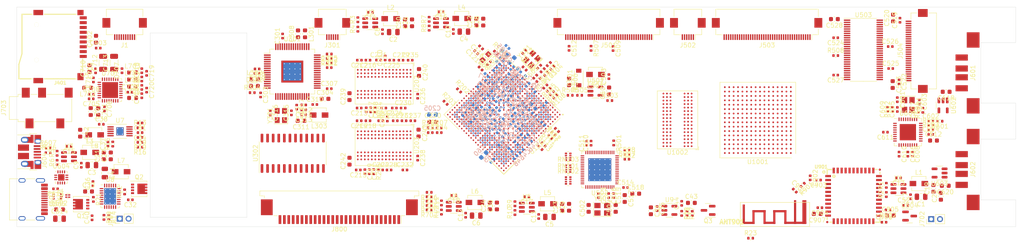
<source format=kicad_pcb>
(kicad_pcb (version 20210228) (generator pcbnew)
  (title_block (title "Archer mainboard") (date "2021-05-05") (rev "R0.1 draft") (company "Copyright EI-2030 2021. / Engineer: Wenting Zhang") (comment 2 "MERCHANTABILITY, SATISFACTORY QUALITY AND FITNESS FOR A PARTICULAR PURPOSE.") (comment 3 "This source is distributed WITHOUT ANY EXPRESS OR IMPLIED WARRANTY, INCLUDING OF") (comment 4 "This source describes Open Hardware and is licensed under the CERN-OHL-S v2."))
  (layers (0 "F.Cu" signal) (31 "B.Cu" signal) (34 "B.Paste" user) (35 "F.Paste" user) (36 "B.SilkS" user "B.Silkscreen") (37 "F.SilkS" user "F.Silkscreen") (38 "B.Mask" user) (39 "F.Mask" user) (44 "Edge.Cuts" user))
  (net 0 "")
  (net 1 "Net-(ANT901-Pad1)")
  (net 2 "GND")
  (net 3 "+SYS")
  (net 4 "Net-(C13-Pad1)")
  (net 5 "Net-(C13-Pad2)")
  (net 6 "Net-(C14-Pad1)")
  (net 7 "Net-(C14-Pad2)")
  (net 8 "Net-(C15-Pad1)")
  (net 9 "Net-(C15-Pad2)")
  (net 10 "Net-(C16-Pad1)")
  (net 11 "Net-(C16-Pad2)")
  (net 12 "Net-(C17-Pad1)")
  (net 13 "Net-(C17-Pad2)")
  (net 14 "Net-(C18-Pad1)")
  (net 15 "Net-(C18-Pad2)")
  (net 16 "+5V")
  (net 17 "+1V8")
  (net 18 "+3V3")
  (net 19 "+1V0")
  (net 20 "/power/1V0_ARM")
  (net 21 "+1V35")
  (net 22 "/power/VCC2P5")
  (net 23 "/power/INTVCC")
  (net 24 "Net-(C34-Pad2)")
  (net 25 "Net-(C36-Pad1)")
  (net 26 "Net-(C36-Pad2)")
  (net 27 "Net-(C37-Pad2)")
  (net 28 "Net-(C38-Pad1)")
  (net 29 "Net-(C38-Pad2)")
  (net 30 "+3V3_SB")
  (net 31 "Net-(C39-Pad2)")
  (net 32 "VBUS")
  (net 33 "+VCCIO_WL")
  (net 34 "+1V8A")
  (net 35 "Net-(C65-Pad2)")
  (net 36 "Net-(C66-Pad2)")
  (net 37 "Net-(C67-Pad2)")
  (net 38 "Net-(C68-Pad2)")
  (net 39 "Net-(C69-Pad2)")
  (net 40 "Net-(C70-Pad2)")
  (net 41 "Net-(C104-Pad1)")
  (net 42 "Net-(C106-Pad1)")
  (net 43 "Net-(C110-Pad1)")
  (net 44 "Net-(C112-Pad1)")
  (net 45 "Net-(C113-Pad1)")
  (net 46 "Net-(C116-Pad1)")
  (net 47 "Net-(C117-Pad1)")
  (net 48 "Net-(C118-Pad1)")
  (net 49 "Net-(C121-Pad1)")
  (net 50 "Net-(C126-Pad1)")
  (net 51 "+1V2")
  (net 52 "+DRAM_VREF")
  (net 53 "Net-(C302-Pad1)")
  (net 54 "Net-(C306-Pad1)")
  (net 55 "Net-(C311-Pad1)")
  (net 56 "Net-(C315-Pad1)")
  (net 57 "Net-(C316-Pad1)")
  (net 58 "Net-(C401-Pad1)")
  (net 59 "Net-(C502-Pad2)")
  (net 60 "Net-(C504-Pad2)")
  (net 61 "Net-(C505-Pad2)")
  (net 62 "/lcd/LEDA")
  (net 63 "Net-(C601-Pad2)")
  (net 64 "Net-(C602-Pad1)")
  (net 65 "Net-(C603-Pad2)")
  (net 66 "Net-(C605-Pad1)")
  (net 67 "Net-(C606-Pad1)")
  (net 68 "/power/BAT_NTC")
  (net 72 "Net-(C706-Pad1)")
  (net 73 "Net-(C709-Pad1)")
  (net 74 "Net-(C712-Pad1)")
  (net 75 "Net-(C712-Pad2)")
  (net 76 "Net-(C713-Pad1)")
  (net 77 "Net-(C713-Pad2)")
  (net 78 "Net-(C714-Pad2)")
  (net 79 "/audio/MICBIAS")
  (net 80 "Net-(C716-Pad2)")
  (net 81 "Net-(C717-Pad2)")
  (net 82 "Net-(C718-Pad2)")
  (net 83 "Net-(C902-Pad2)")
  (net 84 "Net-(C903-Pad1)")
  (net 85 "Net-(D302-Pad1)")
  (net 86 "/ec/LED")
  (net 87 "Net-(D501-Pad2)")
  (net 92 "/ec/EC_SWCLK")
  (net 93 "/ec/EC_SWDIO")
  (net 94 "SD1_DATA1")
  (net 95 "SD1_DATA0")
  (net 96 "SD1_CMD")
  (net 97 "SD1_DATA3")
  (net 98 "SD1_DATA2")
  (net 99 "/lcd/MIPI_DP0")
  (net 100 "/lcd/MIPI_DN0")
  (net 101 "/lcd/MIPI_DP1")
  (net 102 "/lcd/MIPI_DN1")
  (net 103 "/lcd/MIPI_CP")
  (net 104 "/lcd/MIPI_CN")
  (net 105 "/lcd/MIPI_DP2")
  (net 106 "/lcd/MIPI_DN2")
  (net 107 "/lcd/MIPI_DP3")
  (net 108 "/lcd/MIPI_DN3")
  (net 109 "LCD1_RESET")
  (net 110 "/lcd/LEDK")
  (net 111 "I2C1_SCL")
  (net 112 "I2C1_SDA")
  (net 113 "EPDC_D0")
  (net 114 "EPDC_D1")
  (net 115 "EPDC_D2")
  (net 116 "EPDC_D3")
  (net 117 "EPDC_D4")
  (net 118 "EPDC_D5")
  (net 119 "EPDC_D6")
  (net 120 "EPDC_D7")
  (net 121 "EPDC_D8")
  (net 122 "EPDC_D9")
  (net 123 "EPDC_D10")
  (net 124 "EPDC_D11")
  (net 125 "EPDC_D12")
  (net 126 "EPDC_D13")
  (net 127 "EPDC_D14")
  (net 128 "EPDC_D15")
  (net 129 "EPDC_SDCE0")
  (net 130 "EPDC_SDLE")
  (net 131 "EPDC_SDOE")
  (net 132 "EPDC_GDCLK")
  (net 133 "EPDC_GDOE")
  (net 134 "EPDC_GDSP")
  (net 135 "EPDC_BDR0")
  (net 136 "EPDC_SDCLK")
  (net 137 "EPD_PWR_EN")
  (net 138 "EPDC_PWRSTAT")
  (net 139 "EPD_TP_INT")
  (net 140 "I2C2_SDA")
  (net 141 "I2C2_SCL")
  (net 142 "/lcd/LVDS_D3P")
  (net 143 "/lcd/LVDS_D3N")
  (net 144 "/lcd/LVDS_CKP")
  (net 145 "/lcd/LVDS_CKN")
  (net 146 "/lcd/LVDS_D2P")
  (net 147 "/lcd/LVDS_D2N")
  (net 148 "/lcd/LVDS_D1P")
  (net 149 "/lcd/LVDS_D1N")
  (net 150 "/lcd/LVDS_D0P")
  (net 151 "/lcd/LVDS_D0N")
  (net 152 "/usb/VBUS1")
  (net 153 "/usb/USB_DM1")
  (net 154 "/usb/USB_DP1")
  (net 155 "/usb/VBUS2")
  (net 156 "/usb/USB_DM2")
  (net 157 "/usb/USB_DP2")
  (net 158 "/usb/TYPEC_DP")
  (net 159 "Net-(J603-PadB5)")
  (net 160 "/usb/TYPEC_DN")
  (net 161 "Net-(J603-PadA5)")
  (net 162 "VBUS_IN")
  (net 163 "Net-(J604-Pad2)")
  (net 164 "Net-(J604-Pad3)")
  (net 165 "Net-(J703-PadTN)")
  (net 166 "KSO0")
  (net 167 "KSI0")
  (net 168 "KSO1")
  (net 169 "KSO2")
  (net 170 "KSI1")
  (net 171 "KSO3")
  (net 172 "KSI2")
  (net 173 "KSO4")
  (net 174 "KSI3")
  (net 175 "KSO5")
  (net 176 "KSI4")
  (net 177 "KSI5")
  (net 178 "KSO6")
  (net 179 "KSI6")
  (net 180 "KSI7")
  (net 181 "KSO7")
  (net 182 "KSO8")
  (net 183 "KSO9")
  (net 184 "KSO10")
  (net 185 "KSO11")
  (net 186 "KSO12")
  (net 187 "KSO13")
  (net 188 "KSO14")
  (net 189 "KSO15")
  (net 190 "Net-(L7-Pad2)")
  (net 191 "Net-(L303-Pad1)")
  (net 192 "USB_OTG_DN")
  (net 193 "USB_OTG_DP")
  (net 194 "Net-(L703-Pad1)")
  (net 195 "Net-(L704-Pad1)")
  (net 196 "Net-(L705-Pad1)")
  (net 197 "Net-(L706-Pad1)")
  (net 198 "Net-(Q1-Pad4)")
  (net 199 "Net-(Q1-Pad5)")
  (net 200 "Net-(Q2-Pad4)")
  (net 201 "Net-(Q3-Pad1)")
  (net 202 "SD1_VSELECT")
  (net 203 "Net-(Q3-Pad3)")
  (net 204 "Net-(R1-Pad1)")
  (net 205 "Net-(R3-Pad1)")
  (net 206 "Net-(R5-Pad1)")
  (net 207 "Net-(R7-Pad1)")
  (net 208 "Net-(R10-Pad2)")
  (net 209 "Net-(R11-Pad1)")
  (net 210 "SB_PG")
  (net 211 "Net-(R14-Pad1)")
  (net 212 "Net-(R15-Pad2)")
  (net 214 "Net-(R20-Pad2)")
  (net 215 "/power/BAT+")
  (net 216 "Net-(R101-Pad1)")
  (net 217 "Net-(R103-Pad1)")
  (net 218 "Net-(R106-Pad2)")
  (net 219 "Net-(R112-Pad1)")
  (net 220 "Net-(R113-Pad1)")
  (net 221 "Net-(R114-Pad1)")
  (net 222 "Net-(R115-Pad2)")
  (net 223 "Net-(R201-Pad2)")
  (net 224 "/ddr/DRAM_CKE")
  (net 225 "/ddr/DRAM_RST")
  (net 226 "Net-(R204-Pad1)")
  (net 227 "Net-(R205-Pad1)")
  (net 228 "EC_SDA")
  (net 229 "EC_SCL")
  (net 230 "SD1_CLK")
  (net 231 "Net-(R501-Pad2)")
  (net 232 "Net-(R502-Pad2)")
  (net 233 "LCD_EN")
  (net 234 "LCD_PWM")
  (net 235 "Net-(R505-Pad1)")
  (net 236 "Net-(R508-Pad2)")
  (net 237 "Net-(R602-Pad1)")
  (net 238 "Net-(R603-Pad1)")
  (net 239 "Net-(R604-Pad1)")
  (net 240 "Net-(R605-Pad1)")
  (net 243 "SAI1_TXFS")
  (net 244 "Net-(R703-Pad2)")
  (net 245 "SAI1_TXC")
  (net 246 "Net-(R704-Pad2)")
  (net 247 "SAI1_RXD")
  (net 248 "Net-(R705-Pad2)")
  (net 249 "SAI1_TXD")
  (net 250 "Net-(R706-Pad2)")
  (net 251 "SAI1_MCLK")
  (net 252 "Net-(R707-Pad2)")
  (net 253 "CCM_CLKO2")
  (net 254 "BT_CFG_4")
  (net 255 "BT_CFG_12")
  (net 256 "BT_CFG_1")
  (net 257 "BT_CFG_13")
  (net 258 "BT_CFG_11")
  (net 259 "BT_CFG_14")
  (net 260 "BT_CFG_10")
  (net 261 "BT_CFG_6")
  (net 262 "BT_CFG_5")
  (net 263 "BT_CFG_3")
  (net 264 "BT_CFG_2")
  (net 265 "PWR_EN")
  (net 266 "ARM_EN")
  (net 267 "EC_INT")
  (net 268 "EC_I2C_SDA")
  (net 269 "EC_I2C_SCL")
  (net 270 "UART3_RXD")
  (net 271 "AP_WAKE_BT")
  (net 272 "UART3_TXD")
  (net 273 "BT_WAKE_AP")
  (net 274 "SD2_CLK")
  (net 275 "unconnected-(U101-PadH3)")
  (net 276 "UART1_RXD")
  (net 277 "BT_RST_N")
  (net 278 "/cpu/MPU_JTAG_TDI")
  (net 279 "SD2_DATA0")
  (net 280 "UART1_TXD")
  (net 281 "/cpu/MPU_JTAG_TMS")
  (net 282 "SD2_DATA1")
  (net 283 "SD2_DATA2")
  (net 284 "UART3_RTS")
  (net 285 "WL_PMU_EN")
  (net 286 "/cpu/MPU_JTAG_TCK")
  (net 287 "SD2_DATA3")
  (net 288 "SD2_CMD")
  (net 289 "UART3_CTS")
  (net 290 "MPU_RST")
  (net 291 "WL_WAKE_AP")
  (net 292 "/cpu/MPU_JTAG_TDO")
  (net 293 "USB_OTG_ID")
  (net 294 "PMIC_STBY_REQ")
  (net 295 "USB_OTG_VBUS")
  (net 296 "PMIC_ON_REQ")
  (net 297 "PB_STAT")
  (net 298 "USB_HOST_DN")
  (net 299 "USB_HOST_DP")
  (net 300 "USB_HOST_VBUS")
  (net 301 "Net-(U101-PadJ13)")
  (net 302 "/ddr/DRAM_DATA14")
  (net 303 "/ddr/DRAM_DATA15")
  (net 304 "/ddr/DRAM_WEB")
  (net 305 "/ddr/DRAM_CASB")
  (net 306 "/ddr/DRAM_DATA13")
  (net 307 "/ddr/DRAM_DATA8")
  (net 308 "/ddr/DRAM_RASB")
  (net 309 "/ddr/DRAM_SDQSP_1")
  (net 310 "/ddr/DRAM_SDQSN_1")
  (net 311 "/ddr/DRAM_ADDR1")
  (net 312 "/ddr/DRAM_ODT")
  (net 313 "/ddr/DRAM_DATA11")
  (net 314 "/ddr/DRAM_DATA12")
  (net 315 "/ddr/DRAM_DQM1")
  (net 316 "/ddr/DRAM_DATA10")
  (net 317 "/ddr/DRAM_ADDR14")
  (net 318 "/ddr/DRAM_ADDR2")
  (net 319 "/ddr/DRAM_DATA6")
  (net 320 "/ddr/DRAM_DATA9")
  (net 321 "/ddr/DRAM_ADDR0")
  (net 322 "/ddr/DRAM_DATA5")
  (net 323 "/ddr/DRAM_DATA7")
  (net 324 "LCD1_CLK")
  (net 325 "LCD_D7")
  (net 326 "/ddr/DRAM_ADDR3")
  (net 327 "/ddr/DRAM_DQM0")
  (net 328 "/ddr/DRAM_DATA2")
  (net 329 "LCD_D0")
  (net 330 "LCD_D8")
  (net 331 "LCD_D17")
  (net 332 "/ddr/DRAM_ADDR4")
  (net 333 "/ddr/DRAM_SDQSN_0")
  (net 334 "/ddr/DRAM_SDQSP_0")
  (net 335 "/ddr/DRAM_BA1")
  (net 336 "/ddr/DRAM_BA0")
  (net 337 "/ddr/DRAM_ADDR12")
  (net 338 "/ddr/DRAM_ADDR11")
  (net 339 "/ddr/DRAM_ADDR6")
  (net 340 "/ddr/DRAM_ADDR8")
  (net 341 "/ddr/DRAM_ADDR7")
  (net 342 "/ddr/DRAM_DATA0")
  (net 343 "/ddr/DRAM_DATA4")
  (net 344 "LCD_D9")
  (net 345 "LCD_D18")
  (net 346 "LCD_D23")
  (net 347 "/ddr/DRAM_BA2")
  (net 348 "/ddr/DRAM_ADDR13")
  (net 349 "/ddr/DRAM_ADDR10")
  (net 350 "/ddr/DRAM_ADDR9")
  (net 351 "/ddr/DRAM_ADDR5")
  (net 352 "/ddr/DRAM_CSB")
  (net 353 "/ddr/DRAM_DATA1")
  (net 354 "/ddr/DRAM_DATA3")
  (net 355 "LCD_D15")
  (net 356 "LCD_D19")
  (net 357 "LCD_D21")
  (net 358 "LCD1_VSYNC")
  (net 359 "/ddr/DRAM_DATA25")
  (net 360 "/ddr/DRAM_DQM3")
  (net 361 "/ddr/DRAM_DATA29")
  (net 362 "/ddr/DRAM_SDQSP_3")
  (net 363 "/ddr/DRAM_DATA30")
  (net 364 "/ddr/DRAM_DATA31")
  (net 365 "/ddr/DRAM_DATA17")
  (net 366 "/ddr/DRAM_SDQSP_2")
  (net 367 "/ddr/DRAM_DQM2")
  (net 368 "/ddr/DRAM_DATA22")
  (net 369 "/ddr/DRAM_DATA23")
  (net 370 "/ddr/DRAM_CKP")
  (net 371 "LCD_D16")
  (net 372 "LCD_D20")
  (net 373 "LCD_D22")
  (net 374 "LCD1_HSYNC")
  (net 375 "LCD1_DE")
  (net 376 "/ddr/DRAM_DATA27")
  (net 377 "/ddr/DRAM_DATA26")
  (net 378 "/ddr/DRAM_DATA24")
  (net 379 "/ddr/DRAM_SDQSN_3")
  (net 380 "/ddr/DRAM_DATA28")
  (net 381 "/ddr/DRAM_DATA18")
  (net 382 "/ddr/DRAM_DATA19")
  (net 383 "/ddr/DRAM_SDQSN_2")
  (net 384 "/ddr/DRAM_DATA16")
  (net 385 "/ddr/DRAM_DATA21")
  (net 386 "/ddr/DRAM_DATA20")
  (net 387 "/ddr/DRAM_CKN")
  (net 388 "EC_USB_DP")
  (net 389 "EC_USB_DM")
  (net 390 "/ec/KSOS1")
  (net 391 "/ec/KSOS3")
  (net 392 "/ec/KSOS4")
  (net 393 "/ec/KSOE")
  (net 394 "/ec/KSOS2")
  (net 399 "Net-(U302-Pad12)")
  (net 400 "/usb/PPON1")
  (net 401 "/usb/OCI1B")
  (net 402 "/usb/PPON2")
  (net 403 "/usb/OCI2B")
  (net 421 "+VCCIO_SD")
  (net 422 "DEBUG_USB_DP")
  (net 423 "DEBUG_USB_DM")
  (footprint "footprints:RL-SM02BD(RTL8723BS)" (layer "F.Cu") (at 225.652244 121)
    (fp_text reference "U901")
    (fp_text value "RTL8723BS")
  )
  (footprint "Capacitor_SMD:C_0402_1005Metric" (layer "F.Cu") (at 233.4 101.3 90)
    (fp_text reference "C609")
    (fp_text value "100nF")
  )
  (footprint "Capacitor_SMD:C_0402_1005Metric" (layer "F.Cu") (at 154.1 125.7 90)
    (fp_text reference "C11")
    (fp_text value "100nF")
  )
  (footprint "Capacitor_SMD:C_0402_1005Metric" (layer "F.Cu") (at 212.3 119.8 -45)
    (fp_text reference "C901")
    (fp_text value "DNP")
  )
  (footprint "Resistor_SMD:R_0402_1005Metric" (layer "F.Cu") (at 155.8 93.2 -135)
    (fp_text reference "R103")
    (fp_text value "DNP/10K")
  )
  (footprint "Capacitor_SMD:C_0603_1608Metric" (layer "F.Cu") (at 125.3125 81.6 90)
    (fp_text reference "C26")
    (fp_text value "10uF")
  )
  (footprint "Capacitor_SMD:C_0402_1005Metric" (layer "F.Cu") (at 52.9 94.6 90)
    (fp_text reference "C715")
    (fp_text value "100nF")
  )
  (footprint "Resistor_SMD:R_0402_1005Metric" (layer "F.Cu") (at 154.5 110.1 -45)
    (fp_text reference "R113")
    (fp_text value "10K")
  )
  (footprint "Resistor_SMD:R_Array_Convex_4x0402" (layer "F.Cu") (at 160.8 114.8)
    (fp_text reference "RN103")
    (fp_text value "10K")
  )
  (footprint "Capacitor_SMD:C_0402_1005Metric" (layer "F.Cu") (at 52.8 118.2 90)
    (fp_text reference "C36")
    (fp_text value "22nF")
  )
  (footprint "Capacitor_SMD:C_0402_1005Metric" (layer "F.Cu") (at 131.9 79.1 180)
    (fp_text reference "C16")
    (fp_text value "100nF")
  )
  (footprint "Capacitor_SMD:C_0603_1608Metric" (layer "F.Cu") (at 53.5 85.325 90)
    (fp_text reference "C402")
    (fp_text value "22uF")
  )
  (footprint "Capacitor_SMD:C_0402_1005Metric" (layer "F.Cu") (at 113.1 115.1 180)
    (fp_text reference "C215")
    (fp_text value "220nF")
  )
  (footprint "Capacitor_SMD:C_0402_1005Metric" (layer "F.Cu") (at 238.6 121.2 90)
    (fp_text reference "C7")
    (fp_text value "100nF")
  )
  (footprint "Resistor_SMD:R_0402_1005Metric" (layer "F.Cu") (at 131.5 105.5)
    (fp_text reference "R207")
    (fp_text value "1.5K/0.5%")
  )
  (footprint "footprints:Connector_USB_905-562A2021S10100" (layer "F.Cu") (at 250.2325 115 90)
    (fp_text reference "J602")
    (fp_text value "USB_A")
  )
  (footprint "Resistor_SMD:R_0402_1005Metric" (layer "F.Cu") (at 155.2 109.3 -45)
    (fp_text reference "R114")
    (fp_text value "200/1%")
  )
  (footprint "Capacitor_SMD:C_0805_2012Metric" (layer "F.Cu") (at 52.55 114 180)
    (fp_text reference "C3")
    (fp_text value "4.7uF/25V")
  )
  (footprint "Capacitor_SMD:C_0603_1608Metric" (layer "F.Cu") (at 234 125.5)
    (fp_text reference "C905")
    (fp_text value "10uF")
  )
  (footprint "Capacitor_SMD:C_0402_1005Metric" (layer "F.Cu") (at 240.6 99.6 -90)
    (fp_text reference "C603")
    (fp_text value "18pF")
  )
  (footprint "Resistor_SMD:R_0402_1005Metric" (layer "F.Cu") (at 44.65 111.3 90)
    (fp_text reference "R5")
    (fp_text value "121K/1%")
  )
  (footprint "Capacitor_SMD:C_0402_1005Metric" (layer "F.Cu") (at 215.8 116.9 -90)
    (fp_text reference "C902")
    (fp_text value "DNP")
  )
  (footprint "Capacitor_SMD:C_0603_1608Metric" (layer "F.Cu") (at 173.65 121.6 -90)
    (fp_text reference "C517")
    (fp_text value "22uF")
  )
  (footprint "Capacitor_SMD:C_0402_1005Metric" (layer "F.Cu") (at 121.5 103.9)
    (fp_text reference "C227")
    (fp_text value "220nF")
  )
  (footprint "Capacitor_SMD:C_0402_1005Metric" (layer "F.Cu") (at 117.7 90.075)
    (fp_text reference "C221")
    (fp_text value "220nF")
  )
  (footprint "Package_DFN_QFN:WQFN-14-1EP_2.5x2.5mm_P0.5mm_EP1.45x1.45mm" (layer "F.Cu") (at 45.6 116.8)
    (fp_text reference "U604")
    (fp_text value "FUSB302BMPX")
  )
  (footprint "Resistor_SMD:R_0402_1005Metric" (layer "F.Cu") (at 116.9 101.47 -90)
    (fp_text reference "R204")
    (fp_text value "240R 1%")
  )
  (footprint "Capacitor_SMD:C_0402_1005Metric" (layer "F.Cu") (at 100.7 102.5 180)
    (fp_text reference "C313")
    (fp_text value "100nF")
  )
  (footprint "Package_BGA:Xilinx_FTG256" (layer "F.Cu") (at 203.9 103.75 180)
    (fp_text reference "U1001")
    (fp_text value "XC7A15T-FTG256")
  )
  (footprint "Capacitor_SMD:C_0805_2012Metric" (layer "F.Cu") (at 241 121.2 180)
    (fp_text reference "C1")
    (fp_text value "4.7uF/25V")
  )
  (footprint "Capacitor_SMD:C_0402_1005Metric" (layer "F.Cu") (at 118.6 83.62 90)
    (fp_text reference "C8")
    (fp_text value "100nF")
  )
  (footprint "Resistor_SMD:R_0402_1005Metric" (layer "F.Cu") (at 132.94 99.8 -45)
    (fp_text reference "R203")
    (fp_text value "10K")
  )
  (footprint "Inductor_SMD:L_Vishay_IHLP-1212" (layer "F.Cu") (at 120.45 80.65)
    (fp_text reference "L2")
    (fp_text value "4.7uH")
  )
  (footprint "Capacitor_SMD:C_0603_1608Metric" (layer "F.Cu") (at 141.5 81.425 90)
    (fp_text reference "C28")
    (fp_text value "10uF")
  )
  (footprint "Capacitor_SMD:C_0603_1608Metric" (layer "F.Cu") (at 161 95 -90)
    (fp_text reference "C506")
    (fp_text value "1uF/35V")
  )
  (footprint "Inductor_SMD:L_0603_1608Metric" (layer "F.Cu") (at 45.2 124.1)
    (fp_text reference "L602")
    (fp_text value "120R")
  )
  (footprint "Resistor_SMD:R_0402_1005Metric" (layer "F.Cu") (at 113 83.04 90)
    (fp_text reference "R4")
    (fp_text value "10K/1%")
  )
  (footprint "Capacitor_SMD:C_0402_1005Metric" (layer "F.Cu") (at 95.9 84.6 90)
    (fp_text reference "C301")
    (fp_text value "100nF")
  )
  (footprint "Inductor_SMD:L_Vishay_IHLP-1212" (layer "F.Cu") (at 52.05 111.1)
    (fp_text reference "L3")
    (fp_text value "4.7uH")
  )
  (footprint "Resistor_SMD:R_0402_1005Metric" (layer "F.Cu") (at 144.4 88.4 -45)
    (fp_text reference "R106")
    (fp_text value "100K/1%")
  )
  (footprint "Capacitor_SMD:C_0402_1005Metric" (layer "F.Cu") (at 90.9 98.02 -90)
    (fp_text reference "C303")
    (fp_text value "100nF")
  )
  (footprint "Capacitor_SMD:C_0402_1005Metric" (layer "F.Cu") (at 118.9 101 180)
    (fp_text reference "C222")
    (fp_text value "220nF")
  )
  (footprint "Capacitor_SMD:C_0603_1608Metric" (layer "F.Cu") (at 99.4 84.1 90)
    (fp_text reference "C308")
    (fp_text value "10uF")
  )
  (footprint "Resistor_SMD:R_0402_1005Metric" (layer "F.Cu") (at 116.6 115.5 -90)
    (fp_text reference "R205")
    (fp_text value "240R 1%")
  )
  (footprint "Diode_SMD:D_SOD-123" (layer "F.Cu") (at 163.2 94.15 90)
    (fp_text reference "D501")
    (fp_text value "MBR0530")
  )
  (footprint "Resistor_SMD:R_0402_1005Metric" (layer "F.Cu") (at 129.21 123.2 180)
    (fp_text reference "R705")
    (fp_text value "22R")
  )
  (footprint "Capacitor_SMD:C_0402_1005Metric" (layer "F.Cu") (at 93.1 102.1 -90)
    (fp_text reference "C316")
    (fp_text value "18pF")
  )
  (footprint "Capacitor_SMD:C_0402_1005Metric" (layer "F.Cu") (at 63.9 92.5 90)
    (fp_text reference "C718")
    (fp_text value "100nF")
  )
  (footprint "Inductor_SMD:L_0603_1608Metric" (layer "F.Cu") (at 61.8 98.7)
    (fp_text reference "L706")
    (fp_text value "15uH")
  )
  (footprint "Capacitor_SMD:C_0402_1005Metric" (layer "F.Cu") (at 100.7 101.4 180)
    (fp_text reference "C314")
    (fp_text value "2.2uF")
  )
  (footprint "Package_TO_SOT_SMD:TSOT-23-6" (layer "F.Cu") (at 47.35 112.1)
    (fp_text reference "U3")
    (fp_text value "SY8120")
  )
  (footprint "Capacitor_SMD:C_0402_1005Metric" (layer "F.Cu") (at 236.2 81 90)
    (fp_text reference "C519")
    (fp_text value "100nF")
  )
  (footprint "Capacitor_SMD:C_0402_1005Metric" (layer "F.Cu") (at 115.9 101.42 -90)
    (fp_text reference "C208")
    (fp_text value "220nF")
  )
  (footprint "Package_SON:Diodes_PowerDI3333-8" (layer "F.Cu") (at 63.3 119.4)
    (fp_text reference "Q2")
    (fp_text value "FDMC8327L")
  )
  (footprint "Resistor_SMD:R_0402_1005Metric" (layer "F.Cu") (at 187.8 125 -90)
    (fp_text reference "R17")
    (fp_text value "560K/1%")
  )
  (footprint "Package_SO:MSOP-10-1EP_3x3mm_P0.5mm_EP1.68x1.88mm_ThermalVias" (layer "F.Cu") (at 58.95 106.3)
    (fp_text reference "U7")
    (fp_text value "LT8606")
  )
  (footprint "Package_BGA:BGA-96_9.0x13.0mm_Layout2x3x16_P0.8mm" (layer "F.Cu") (at 118.97868 95.5 -90)
    (fp_text reference "U202")
    (fp_text value "MT41K256M16HA")
  )
  (footprint "Resistor_SMD:R_0402_1005Metric" (layer "F.Cu") (at 171.15 108.95 -90)
    (fp_text reference "R501")
    (fp_text value "10K")
  )
  (footprint "Capacitor_SMD:C_0402_1005Metric" (layer "F.Cu") (at 141 87.2 135)
    (fp_text reference "C116")
    (fp_text value "DNP/18pF")
  )
  (footprint "Resistor_SMD:R_Array_Convex_4x0402" (layer "F.Cu") (at 160.8 112.1 180)
    (fp_text reference "RN101")
    (fp_text value "10K")
  )
  (footprint "Capacitor_SMD:C_0805_2012Metric" (layer "F.Cu") (at 137.1 83.6 180)
    (fp_text reference "C4")
    (fp_text value "4.7uF/25V")
  )
  (footprint "Capacitor_SMD:C_0402_1005Metric" (layer "F.Cu") (at 63.5 107.700001 180)
    (fp_text reference "C39")
    (fp_text value "10pF")
  )
  (footprint "Capacitor_SMD:C_0402_1005Metric" (layer "F.Cu") (at 63.5 104.4 180)
    (fp_text reference "C81")
    (fp_text value "1uF")
  )
  (footprint "Capacitor_SMD:C_0402_1005Metric" (layer "F.Cu") (at 221.6 93.5 180)
    (fp_text reference "C527")
    (fp_text value "220nF")
  )
  (footprint "Resistor_SMD:R_0402_1005Metric" (layer "F.Cu") (at 214.1 118.5 -135)
    (fp_text reference "R901")
    (fp_text value "0R")
  )
  (footprint "Capacitor_SMD:C_0603_1608Metric" (layer "F.Cu") (at 217.4 125.1 180)
    (fp_text reference "C907")
    (fp_text value "10uF")
  )
  (footprint "Capacitor_SMD:C_0603_1608Metric" (layer "F.Cu") (at 171.6 123.85 90)
    (fp_text reference "C504")
    (fp_text value "18pF")
  )
  (footprint "Resistor_SMD:R_0402_1005Metric" (layer "F.Cu") (at 189 125 90)
    (fp_text reference "R24")
    (fp_text value "487K/1%")
  )
  (footprint "Capacitor_SMD:C_0402_1005Metric" (layer "F.Cu") (at 54.7 104.7)
    (fp_text reference "C38")
    (fp_text value "100nF")
  )
  (footprint "Capacitor_SMD:C_0402_1005Metric" (layer "F.Cu") (at 125.5 103.9)
    (fp_text reference "C237")
    (fp_text value "220nF")
  )
  (footprint "Capacitor_SMD:C_0603_1608Metric" (layer "F.Cu") (at 100.1 103.9 180)
    (fp_text reference "C311")
    (fp_text value "22uF")
  )
  (footprint "Capacitor_SMD:C_0402_1005Metric" (layer "F.Cu") (at 123.5 103.9)
    (fp_text reference "C231")
    (fp_text value "220nF")
  )
  (footprint "Package_SO:TSSOP-56_6.1x14mm_P0.5mm" (layer "F.Cu") (at 227.9 87.75)
    (fp_text reference "U503")
    (fp_text value "DS90C385A")
  )
  (footprint "Capacitor_SMD:C_0402_1005Metric" (layer "F.Cu") (at 113.3 101 180)
    (fp_text reference "C213")
    (fp_text value "220nF")
  )
  (footprint "Capacitor_SMD:C_0603_1608Metric" (layer "F.Cu") (at 144.6 123.3 90)
    (fp_text reference "C30")
    (fp_text value "10uF")
  )
  (footprint "Capacitor_SMD:C_0603_1608Metric" (layer "F.Cu") (at 170.1 97.1 90)
    (fp_text reference "C501")
    (fp_text value "10uF")
  )
  (footprint "Capacitor_SMD:C_0402_1005Metric" (layer "F.Cu") (at 140.9 92 -45)
    (fp_text reference "C68")
    (fp_text value "2.2uF")
  )
  (footprint "Package_SON:Diodes_PowerDI3333-8" (layer "F.Cu") (at 50.12 122.9 180)
    (fp_text reference "Q1")
    (fp_text value "FDMC8327L")
  )
  (footprint "Capacitor_SMD:C_0402_1005Metric" (layer "F.Cu") (at 50.15 114.02 90)
    (fp_text reference "C9")
    (fp_text value "100nF")
  )
  (footprint "Resistor_SMD:R_0402_1005Metric" (layer "F.Cu") (at 202.26 130.64)
    (fp_text reference "R23")
    (fp_text value "100K")
  )
  (footprint "Package_TO_SOT_SMD:TSOT-23-6" (layer "F.Cu") (at 235.8625 119.35)
    (fp_text reference "U1")
    (fp_text value "SY8120")
  )
  (footprint "Oscillator:Oscillator_SMD_Abracon_ASE-4Pin_3.2x2.5mm" (layer "F.Cu") (at 152.559099 89.874175 45)
    (fp_text reference "Y101")
    (fp_text value "24MHz")
  )
  (footprint "Resistor_SMD:R_0402_1005Metric" (layer "F.Cu") (at 233.5 124.2 180)
    (fp_text reference "R902")
    (fp_text value "10K")
  )
  (footprint "Capacitor_SMD:C_0402_1005Metric" (layer "F.Cu") (at 170.05 93.85 90)
    (fp_text reference "C503")
    (fp_text value "100nF")
  )
  (footprint "Inductor_SMD:L_Vishay_IHLP-1212" (layer "F.Cu") (at 156.1 122.8)
    (fp_text reference "L5")
    (fp_text value "4.7uH")
  )
  (footprint "footprints:BGA-541_25x25_19.0x19.0mm" (layer "F.Cu") (at 146.16066 102.5 -135)
    (fp_text reference "U101")
    (fp_text value "MCIMX7S5EVM08SC")
  )
  (footprint "Resistor_SMD:R_0402_1005Metric" (layer "F.Cu") (at 52.4 97.9)
    (fp_text reference "R708")
    (fp_text value "100K")
  )
  (footprint "Package_TO_SOT_SMD:SOT-23" (layer "F.Cu") (at 192.6 124.3 180)
    (fp_text reference "Q3")
    (fp_text value "2SK3018")
  )
  (footprint "Resistor_SMD:R_0402_1005Metric" (layer "F.Cu") (at 42.6 110.1)
    (fp_text reference "R607")
    (fp_text value "22")
  )
  (footprint "Crystal:Crystal_SMD_3225-4Pin_3.2x2.5mm" (layer "F.Cu") (at 168.55 124.05)
    (fp_text reference "Y501")
    (fp_text value "24MHz")
  )
  (footprint "Capacitor_SMD:C_0402_1005Metric" (layer "F.Cu") (at 53.4 92.52 90)
    (fp_text reference "C709")
    (fp_text value "470nF")
  )
  (footprint "Capacitor_SMD:C_0402_1005Metric" (layer "F.Cu") (at 150.8 88.2 -135)
    (fp_text reference "C113")
    (fp_text value "18pF")
  )
  (footprint "Capacitor_SMD:C_0402_1005Metric" (layer "F.Cu") (at 235.6 101.32 90)
    (fp_text reference "C605")
    (fp_text value "100nF")
  )
  (footprint "Resistor_SMD:R_0402_1005Metric" (layer "F.Cu") (at 106.5 88.7 180)
    (fp_text reference "R302")
    (fp_text value "10K")
  )
  (footprint "Capacitor_SMD:C_0603_1608Metric" (layer "F.Cu") (at 221.3 80.75 180)
    (fp_text reference "C528")
    (fp_text value "22uF")
  )
  (footprint "Connector_USB:USB_Micro-B_Amphenol_10103594-0001LF_Horizontal" (layer "F.Cu") (at 38.4 111 -90)
    (fp_text reference "J604")
    (fp_text value "USB_B_Micro")
  )
  (footprint "Capacitor_SMD:C_0402_1005Metric" (layer "F.Cu") (at 100.7 100.3 180)
    (fp_text reference "C312")
    (fp_text value "47pF")
  )
  (footprint "Package_BGA:BGA-96_9.0x13.0mm_Layout2x3x16_P0.8mm" (layer "F.Cu") (at 185.65 103.7 180)
    (fp_text reference "U1002")
    (fp_text value "MT41K64M16HA")
  )
  (footprint "Capacitor_SMD:C_0402_1005Metric" (layer "F.Cu") (at 174.15 111.65)
    (fp_text reference "C508")
    (fp_text value "220nF")
  )
  (footprint "Capacitor_SMD:C_0402_1005Metric" (layer "F.Cu") (at 239 111.52 -90)
    (fp_text reference "C608")
    (fp_text value "100nF")
  )
  (footprint "Resistor_SMD:R_0402_1005Metric" (layer "F.Cu") (at 44.65 113.4 90)
    (fp_text reference "R6")
    (fp_text value "27K/1%")
  )
  (footprint "Capacitor_SMD:C_0402_1005Metric" (layer "F.Cu") (at 221.6 85 180)
    (fp_text reference "C524")
    (fp_text value "220nF")
  )
  (footprint "footprints:bt_antenna_1ant_2gnd" (layer "F.Cu") (at 215.6691 122.49155 180)
    (fp_text reference "ANT901")
    (fp_text value "PCB_WIFI_ANT")
  )
  (footprint "Capacitor_SMD:C_0603_1608Metric" (layer "F.Cu") (at 52 92 90)
    (fp_text reference "C710")
    (fp_text value "4.7uF")
  )
  (footprint "Capacitor_SMD:C_0603_1608Metric" (layer "F.Cu") (at 179.6 124.4 -90)
    (fp_text reference "C31")
    (fp_text value "10uF")
  )
  (footprint "Capacitor_SMD:C_0603_1608Metric" (layer "F.Cu") (at 246.7 97.3 180)
    (fp_text reference "C619")
    (fp_text value "10uF/6.3V")
  )
  (footprint "Inductor_SMD:L_Vishay_IHLP-1212" (layer "F.Cu") (at 59.2 115.5)
    (fp_text reference "L7")
    (fp_text value "6.8uH")
  )
  (footprint "Package_TO_SOT_SMD:TSOT-23-5" (layer "F.Cu") (at 183.8 124.3)
    (fp_text reference "U9")
    (fp_text value "ADP123")
  )
  (footprint "Capacitor_SMD:C_0402_1005Metric" (layer "F.Cu") (at 44.3 119.4 180)
    (fp_text reference "C613")
    (fp_text value "100nF")
  )
  (footprint "Capacitor_SMD:C_0402_1005Metric" (layer "F.Cu") (at 151.38 121.2 180)
    (fp_text reference "C17")
    (fp_text value "100nF")
  )
  (footprint "Connector_FFC-FPC:Hirose_FH12-28S-0.5SH_1x28-1MP_P0.50mm_Horizontal" (layer "F.Cu") (at 240 88 90)
    (fp_text reference "J504")
    (fp_text value "Conn_01x28_MountingPin")
  )
  (footprint "Capacitor_SMD:C_0402_1005Metric" (layer "F.Cu") (at 55.4 101.2 -90)
    (fp_text reference "C706")
    (fp_text value "470nF")
  )
  (footprint "Capacitor_SMD:C_0603_1608Metric" (layer "F.Cu") (at 188.8 122.6)
    (fp_text reference "C43")
    (fp_text value "4.7uF")
  )
  (footprint "Resistor_SMD:R_0402_1005Metric" (layer "F.Cu") (at 150.9 92 -45)
    (fp_text reference "R109")
    (fp_text value "1M")
  )
  (footprint "Resistor_SMD:R_0402_1005Metric" (layer "F.Cu") (at 233.1 118.6 90)
    (fp_text reference "R1")
    (fp_text value "200K/1%")
  )
  (footprint "Capacitor_SMD:C_0402_1005Metric" (layer "F.Cu") (at 240.4 101.5 90)
    (fp_text reference "C607")
    (fp_text value "100nF")
  )
  (footprint "Resistor_SMD:R_0402_1005Metric" (layer "F.Cu") (at 241.4 101.5 90)
    (fp_text reference "R604")
    (fp_text value "10K")
  )
  (footprint "Capacitor_SMD:C_0603_1608Metric" (layer "F.Cu") (at 176.15 120.5)
    (fp_text reference "C518")
    (fp_text value "22uF")
  )
  (footprint "Capacitor_SMD:C_0402_1005Metric" (layer "F.Cu") (at 134.7 83.58 90)
    (fp_text reference "C10")
    (fp_text value "100nF")
  )
  (footprint "Capacitor_SMD:C_1206_3216Metric" (layer "F.Cu") (at 55.1 90.7 90)
    (fp_text reference "C712")
    (fp_text value "100uF")
  )
  (footprint "Resistor_SMD:R_0402_1005Metric" (layer "F.Cu") (at 157.860624 98.339376 -135)
    (fp_text reference "R108")
    (fp_text value "10K")
  )
  (footprint "Inductor_SMD:L_0603_1608Metric" (layer "F.Cu") (at 51.6 96.4 180)
    (fp_text reference "L702")
    (fp_text value "120R")
  )
  (footprint "Capacitor_SMD:C_0603_1608Metric" (layer "F.Cu") (at 51.8 120)
    (fp_text reference "C33")
    (fp_text value "4.7uF")
  )
  (footprint "Inductor_SMD:L_0603_1608Metric" (layer "F.Cu") (at 89.5 94.4)
    (fp_text reference "L302")
    (fp_text value "120R")
  )
  (footprint "Capacitor_SMD:C_0402_1005Metric" (layer "F.Cu") (at 238 111.5 -90)
    (fp_text reference "C606")
    (fp_text value "100nF")
  )
  (footprint "Capacitor_SMD:C_0402_1005Metric" (layer "F.Cu") (at 166 109 90)
    (fp_text reference "C510")
    (fp_text value "220nF")
  )
  (footprint "Inductor_SMD:L_0603_1608Metric" (layer "F.Cu") (at 101 84.1 -90)
    (fp_text reference "L301")
    (fp_text value "120R")
  )
  (footprint "Capacitor_SMD:C_0603_1608Metric" (layer "F.Cu") (at 56.85 111.9 90)
    (fp_text reference "C27")
    (fp_text value "10uF")
  )
  (footprint "Resistor_SMD:R_0402_1005Metric" (layer "F.Cu") (at 56.4 125.9 -90)
    (fp_text reference "R14")
    (fp_text value "63.4K")
  )
  (footprint "Package_SO:SO-24_5.3x15mm_P1.27mm" (layer "F.Cu") (at 98.2 111.3 90)
    (fp_text reference "U302")
    (fp_text value "74LS154")
  )
  (footprint "Resistor_SMD:R_0402_1005Metric" (layer "F.Cu") (at 166 87.4 -90)
    (fp_text reference "R507")
    (fp_text value "3R")
  )
  (footprint "Resistor_SMD:R_0402_1005Metric" (layer "F.Cu") (at 136 97 -45)
    (fp_text reference "R202")
    (fp_text value "10K")
  )
  (footprint "Capacitor_SMD:C_0402_1005Metric" (layer "F.Cu") (at 131.5 106.6)
    (fp_text reference "C234")
    (fp_text value "100nF")
  )
  (footprint "Crystal:Crystal_SMD_3225-4Pin_3.2x2.5mm" (layer "F.Cu") (at 238.1 100.3 -90)
    (fp_text reference "Y601")
    (fp_text value "24MHz")
  )
  (footprint "Resistor_SMD:R_Array_Convex_4x0402" (layer "F.Cu") (at 160.8 117.5)
    (fp_text reference "RN102")
    (fp_text value "10K")
  )
  (footprint "Resistor_SMD:R_0402_1005Metric" (layer "F.Cu") (at 156.4 96.8 -135)
    (fp_text reference "R110")
    (fp_text value "10K")
  )
  (footprint "Capacitor_SMD:C_0402_1005Metric" (layer "F.Cu") (at 165 109 90)
    (fp_text reference "C511")
    (fp_text value "220nF")
  )
  (footprint "Capacitor_SMD:C_0603_1608Metric" (layer "F.Cu") (at 123.7125 81.6 90)
    (fp_text reference "C20")
    (fp_text value "10uF")
  )
  (footprint "Package_TO_SOT_SMD:SOT-666" (layer "F.Cu") (at 44.7 121.1 180)
    (fp_text reference "U605")
    (fp_text value "USBLC6-2P6")
  )
  (footprint "Resistor_SMD:R_0402_1005Metric" (layer "F.Cu") (at 243.2 105)
    (fp_text reference "R605")
    (fp_text value "DNP")
  )
  (footprint "Resistor_SMD:R_0402_1005Metric" (layer "F.Cu") (at 163.4 98.1)
    (fp_text reference "R505")
    (fp_text value "10K")
  )
  (footprint "Capacitor_SMD:C_0402_1005Metric" (layer "F.Cu") (at 173.85 119.1)
    (fp_text reference "C514")
    (fp_text value "220nF")
  )
  (footprint "Package_BGA:BGA-96_9.0x13.0mm_Layout2x3x16_P0.8mm" (layer "F.Cu") (at 118.97868 109.5 -90)
    (fp_text reference "U203")
    (fp_text value "MT41K256M16HA")
  )
  (footprint "Resistor_SMD:R_0402_1005Metric" (layer "F.Cu") (at 170.25 99.3)
    (fp_text reference "R503")
    (fp_text value "10K")
  )
  (footprint "Resistor_SMD:R_0402_1005Metric" (layer "F.Cu") (at 129.2 82.8 90)
    (fp_text reference "R8")
    (fp_text value "27K/1%")
  )
  (footprint "Capacitor_SMD:C_0603_1608Metric" (layer "F.Cu") (at 246.5 118.7 180)
    (fp_text reference "C620")
    (fp_text value "10uF/6.3V")
  )
  (footprint "Resistor_SMD:R_0402_1005Metric" (layer "F.Cu") (at 142.8 90.8 45)
    (fp_text reference "R111")
    (fp_text value "DNP/4.75M")
  )
  (footprint "Connector_PinHeader_2.00mm:PinHeader_1x02_P2.00mm_Vertical" (layer "F.Cu") (at 243.3 126.3 90)
    (fp_text reference "J702")
    (fp_text value "Conn_01x02")
  )
  (footprint "Capacitor_SMD:C_0402_1005Metric" (layer "F.Cu") (at 186.6 122.7 90)
    (fp_text reference "C44")
    (fp_text value "100nF")
  )
  (footprint "Capacitor_SMD:C_0603_1608Metric" (layer "F.Cu") (at 54 101.8 -90)
    (fp_text reference "C711")
    (fp_text value "4.7uF")
  )
  (footprint "Resistor_SMD:R_0402_1005Metric" (layer "F.Cu") (at 60 120.1 90)
    (fp_text reference "R22")
    (fp_text value "0.016R")
  )
  (footprint "Capacitor_SMD:C_0402_1005Metric" (layer "F.Cu") (at 174.15 112.65)
    (fp_text reference "C507")
    (fp_text value "220nF")
  )
  (footprint "Capacitor_SMD:C_0402_1005Metric" (layer "F.Cu") (at 103.22 100.2)
    (fp_text reference "C310")
    (fp_text value "47pF")
  )
  (footprint "Resistor_SMD:R_0402_1005Metric" (layer "F.Cu") (at 129.45 105.5)
    (fp_text reference "R206")
    (fp_text value "1.5K/0.5%")
  )
  (footprint "Connector_PinHeader_2.00mm:PinHeader_1x02_P2.00mm_Vertical" (layer "F.Cu") (at 58.899999 126.2 90)
    (fp_text reference "J701")
    (fp_text value "Conn_01x02")
  )
  (footprint "Resistor_SMD:R_0402_1005Metric" (layer "F.Cu") (at 63.5 105.5)
    (fp_text reference "R13")
    (fp_text value "100K")
  )
  (footprint "footprints:Connector_USB_905-562A2021S10100" (layer "F.Cu") (at 250.2325 93 90)
    (fp_text reference "J601")
    (fp_text value "USB_A")
  )
  (footprint "Resistor_SMD:R_0402_1005Metric" (layer "F.Cu") (at 89 97.5)
    (fp_text reference "R304")
    (fp_text value "1K")
  )
  (footprint "footprints:L_CommonModeChoke_Panasonic_EXC14CE" (layer "F.Cu") (at 47.075 121.05 -90)
    (fp_text reference "L601")
    (fp_text value "EXC14CE900U")
  )
  (footprint "Capacitor_SMD:C_0402_1005Metric" (layer "F.Cu") (at 218 123.7 180)
    (fp_text reference "C904")
    (fp_text value "100nF")
  )
  (footprint "Capacitor_SMD:C_0603_1608Metric" (layer "F.Cu") (at 245.5 121.1 90)
    (fp_text reference "C25")
    (fp_text value "10uF")
  )
  (footprint "Capacitor_SMD:C_0805_2012Metric" (layer "F.Cu") (at 156.549999 125.8 180)
    (fp_text reference "C5")
    (fp_text value "4.7uF/25V")
  )
  (footprint "Capacitor_SMD:C_0402_1005Metric" (layer "F.Cu") (at 120.09 115.1)
    (fp_text reference "C228")
    (fp_text value "220nF")
  )
  (footprint "Capacitor_SMD:C_0402_1005Metric" (layer "F.Cu") (at 106.5 91.8)
    (fp_text reference "C302")
    (fp_text value "100nF")
  )
  (footprint "Connector_FFC-FPC:Hirose_FH12-10S-0.5SH_1x10-1MP_P0.50mm_Horizontal" (layer "F.Cu") (at 60 83 180)
    (fp_text reference "J1")
    (fp_text value "Conn_01x10_MountingPin")
  )
  (footprint "Capacitor_SMD:C_0402_1005Metric" (layer "F.Cu") (at 154.2 91.6 45)
    (fp_text reference "C112")
    (fp_text value "18pF")
  )
  (footprint "Capacitor_SMD:C_0402_1005Metric" (layer "F.Cu") (at 115.9 79.2 180)
    (fp_text reference "C14")
    (fp_text value "100nF")
  )
  (footprint "Capacitor_SMD:C_0603_1608Metric" (layer "F.Cu") (at 234.65 80.5 90)
    (fp_text reference "C520")
    (fp_text value "10uF/6.3V")
  )
  (footprint "Capacitor_SMD:C_0603_1608Metric" (layer "F.Cu") (at 159.4 123.6 90)
    (fp_text reference "C23")
    (fp_text value "10uF")
  )
  (footprint "Capacitor_SMD:C_0402_1005Metric" (layer "F.Cu") (at 115.3 103.9 180)
    (fp_text reference "C218")
    (fp_text value "220nF")
  )
  (footprint "Package_DFN_QFN:QFN-68-1EP_8x8mm_P0.4mm_EP5.2x5.2mm_ThermalVias" (layer "F.Cu") (at 167.97868 115.05 180)
    (fp_text reference "U502")
    (fp_text value "SSD2828")
  )
  (footprint "Package_TO_SOT_SMD:SOT-23" (layer "F.Cu") (at 238.4 125.6)
    (fp_text reference "U504")
    (fp_text value "SM351LT")
  )
  (footprint "Resistor_SMD:R_0402_1005Metric" (layer "F.Cu") (at 132 124.7 90)
    (fp_text reference "R12")
    (fp_text value "27K/1%")
  )
  (footprint "Capacitor_SMD:C_0402_1005Metric" (layer "F.Cu") (at 119.2 89.6 90)
    (fp_text reference "C210")
    (fp_text value "220nF")
  )
  (footprint "Inductor_SMD:L_Vishay_IHLP-1212" (layer "F.Cu") (at 167 93.35 180)
    (fp_text reference "L501")
    (fp_text value "22uH")
  )
  (footprint "Resistor_SMD:R_0402_1005Metric" (layer "F.Cu") (at 245.3 104 180)
    (fp_text reference "R601")
    (fp_text value "100K")
  )
  (footprint "Capacitor_SMD:C_0603_1608Metric" (layer "F.Cu") (at 165.45 123.85 90)
    (fp_text reference "C502")
    (fp_text value "18pF")
  )
  (footprint "Package_TO_SOT_SMD:TSOT-23-6" (layer "F.Cu") (at 131.9 81.6)
    (fp_text reference "U4")
    (fp_text value "SY8120")
  )
  (footprint "Resistor_SMD:R_0402_1005Metric" (layer "F.Cu") (at 129.2 80.8 90)
    (fp_text reference "R7")
    (fp_text value "22.6K/1%")
  )
  (footprint "Capacitor_SMD:C_0402_1005Metric" (layer "F.Cu") (at 113.3 103.9 180)
    (fp_text reference "C214")
    (fp_text value "220nF")
  )
  (footprint "Oscillator:Oscillator_SMD_Abracon_ASE-4Pin_3.2x2.5mm" (layer "F.Cu") (at 95.5 102.7 90)
    (fp_text reference "Y301")
    (fp_text value "16MHz")
  )
  (footprint "Capacitor_SMD:C_0402_1005Metric" (layer "F.Cu") (at 171.1 120.95 -90)
    (fp_text reference "C515")
    (fp_text value "220nF")
  )
  (footprint "Capacitor_SMD:C_0402_1005Metric" (layer "F.Cu") (at 63.5 106.6 180)
    (fp_text reference "C34")
    (fp_text value "10nF")
  )
  (footprint "Resistor_SMD:R_0402_1005Metric" (layer "F.Cu") (at 158.25 106 135)
    (fp_text reference "R401")
    (fp_text value "33")
  )
  (footprint "Capacitor_SMD:C_0402_1005Metric" (layer "F.Cu") (at 232.9 106.5 180)
    (fp_text reference "C611")
    (fp_text value "100nF")
  )
  (footprint "Package_DFN_QFN:QFN-28-1EP_4x5mm_P0.5mm_EP2.65x3.65mm_ThermalVias" (layer "F.Cu") (at 56.7 121.1)
    (fp_text reference "U8")
    (fp_text value "LTC4162-F")
  )
  (footprint "Capacitor_SMD:C_0402_1005Metric" (layer "F.Cu") (at 61.2 97.4)
    (fp_text reference "C708")
    (fp_text value "470nF")
  )
  (footprint "Capacitor_SMD:C_0402_1005Metric" (layer "F.Cu") (at 59.4 92.5 90)
    (fp_text reference "C707")
    (fp_text value "470nF")
  )
  (footprint "Resistor_SMD:R_0402_1005Metric" (layer "F.Cu") (at 221.6 89.05)
    (fp_text reference "R508")
    (fp_text value "10K")
  )
  (footprint "Capacitor_SMD:C_0402_1005Metric" (layer "F.Cu") (at 118.2 103.9)
    (fp_text reference "C223")
    (fp_text value "220nF")
  )
  (footprint "Resistor_SMD:R_0402_1005Metric" (layer "F.Cu") (at 63.5 108.8 180)
    (fp_text reference "R19")
    (fp_text value "649K/1%")
  )
  (footprint "Capacitor_SMD:C_0402_1005Metric" (layer "F.Cu") (at 115.3 90.1 180)
    (fp_text reference "C216")
    (fp_text value "220nF")
  )
  (footprint "Inductor_SMD:L_Vishay_IHLP-1212" (layer "F.Cu") (at 104.2 102.6 180)
    (fp_text reference "L303")
    (fp_text value "4.7uH")
  )
  (footprint "Capacitor_SMD:C_0402_1005Metric" (layer "F.Cu") (at 47.35 109.7 180)
    (fp_text reference "C15")
    (fp_text value "100nF")
  )
  (footprint "Capacitor_SMD:C_0402_1005Metric" (layer "F.Cu") (at 65 96.92 -90)
    (fp_text reference "C720")
    (fp_text value "470nF")
  )
  (footprint "Capacitor_SMD:C_0402_1005Metric" (layer "F.Cu") (at 153.3 93.85 45)
    (fp_text reference "C505")
    (fp_text value "220nF")
  )
  (footprint "Package_TO_SOT_SMD:SOT-23-5" (layer "F.Cu") (at 245.2 115.8 180)
    (fp_text reference "U603")
    (fp_text value "AP2171W")
  )
  (footprint "Resistor_SMD:R_0402_1005Metric" (layer "F.Cu") (at 155 92.4 -135)
    (fp_text reference "R101")
    (fp_text value "10K")
  )
  (footprint "Capacitor_SMD:C_0402_1005Metric" (layer "F.Cu") (at 113.35 90.1 180)
    (fp_text reference "C212")
    (fp_text value "220nF")
  )
  (footprint "Capacitor_SMD:C_0402_1005Metric" (layer "F.Cu") (at 234.1 92)
    (fp_text reference "C525")
    (fp_text value "220nF")
  )
  (footprint "Capacitor_SMD:C_0402_1005Metric" (layer "F.Cu") (at 236 95.05 -90)
    (fp_text reference "C522")
    (fp_text value "100nF")
  )
  (footprint "Resistor_SMD:R_0402_1005Metric" (layer "F.Cu") (at 63.509999 109.9 180)
    (fp_text reference "R16")
    (fp_text value "200K/1%")
  )
  (footprint "Capacitor_SMD:C_0402_1005Metric" (layer "F.Cu") (at 123.7 115.1)
    (fp_text reference "C232")
    (fp_text value "220nF")
  )
  (footprint "Capacitor_SMD:C_0402_1005Metric" (layer "F.Cu") (at 217.7 117.4 180)
    (fp_text reference "C903")
    (fp_text value "33pF/50V/5%")
  )
  (footprint "Capacitor_SMD:C_0402_1005Metric" (layer "F.Cu") (at 235.9 116.9 180)
    (fp_text reference "C13")
    (fp_text value "100nF")
  )
  (footprint "Capacitor_SMD:C_0402_1005Metric" (layer "F.Cu") (at 126.6 98.3 -90)
    (fp_text reference "C236")
    (fp_text value "220nF")
  )
  (footprint "LED_SMD:LED_0603_1608Metric" (layer "F.Cu") (at 89.5 96)
    (fp_text reference "D302")
    (fp_text value "LED")
  )
  (footprint "Inductor_SMD:L_0603_1608Metric" (layer "F.Cu") (at 61.8 94.5)
    (fp_text reference "L704")
    (fp_text value "15uH")
  )
  (footprint "Capacitor_SMD:C_0402_1005Metric" (layer "F.Cu") (at 119.7 103.5 90)
    (fp_text reference "C209")
    (fp_text value "220nF")
  )
  (footprint "Capacitor_SMD:C_0402_1005Metric" (layer "F.Cu") (at 52.4 98.9 180)
    (fp_text reference "C705")
    (fp_text value "470nF")
  )
  (footprint "Resistor_SMD:R_0402_1005Metric" (layer "F.Cu") (at 52.9 121.8 -90)
    (fp_text reference "R21")
    (fp_text value "0.016R")
  )
  (footprint "Inductor_SMD:L_0603_1608Metric" (layer "F.Cu") (at 61.8 96.1)
    (fp_text reference "L705")
    (fp_text value "15uH")
  )
  (footprint "Capacitor_SMD:C_0402_1005Metric" (layer "F.Cu") (at 167.7 120.95 -90)
    (fp_text reference "C513")
    (fp_text value "220nF")
  )
  (footprint "Capacitor_SMD:C_0402_1005Metric" (layer "F.Cu") (at 114.6 115.5 -90)
    (fp_text reference "C219")
    (fp_text value "220nF")
  )
  (footprint "Capacitor_SMD:C_0402_1005Metric" (layer "F.Cu") (at 122.8 90.1)
    (fp_text reference "C229")
    (fp_text value "220nF")
  )
  (footprint "Resistor_SMD:R_0402_1005Metric" (layer "F.Cu") (at 156.4 91 -135)
    (fp_text reference "R102")
    (fp_text value "DNP/10K")
  )
  (footprint "Capacitor_SMD:C_0402_1005Metric" (layer "F.Cu") (at 139.9 88.3 135)
    (fp_text reference "C121")
    (fp_text value "DNP/18pF")
  )
  (footprint "Capacitor_SMD:C_0603_1608Metric" (layer "F.Cu") (at 161 123.6 90)
    (fp_text reference "C29")
    (fp_text value "10uF")
  )
  (footprint "Capacitor_SMD:C_0402_1005Metric" (layer "F.Cu") (at 114.9 101.42 -90)
    (fp_text reference "C217")
    (fp_text value "220nF")
  )
  (footprint "Capacitor_SMD:C_0603_1608Metric" (layer "F.Cu") (at 105.525 98.9)
    (fp_text reference "C304")
    (fp_text value "22uF")
  )
  (footprint "Capacitor_SMD:C_0402_1005Metric" (layer "F.Cu") (at 65 93.1 -90)
    (fp_text reference "C719")
    (fp_text value "470nF")
  )
  (footprint "Resistor_SMD:R_0402_1005Metric" (layer "F.Cu") (at 154.05 94.6 -135)
    (fp_text reference "R504")
    (fp_text value "49.9K/1%")
  )
  (footprint "Capacitor_SMD:C_0402_1005Metric" (layer "F.Cu") (at 106.5 90.8)
    (fp_text reference "C305")
    (fp_text value "100nF")
  )
  (footprint "Inductor_SMD:L_Vishay_IHLP-1212" (layer "F.Cu") (at 240.5 118.2)
    (fp_text reference "L1")
    (fp_text value "4.7uH")
  )
  (footprint "Capacitor_SMD:C_0603_1608Metric" (layer "F.Cu") (at 55.25 111.9 90)
    (fp_text reference "C21")
    (fp_text value "10uF")
  )
  (footprint "Connector_FFC-FPC:Hirose_FH12-6S-0.5SH_1x06-1MP_P0.50mm_Horizontal" (layer "F.Cu") (at 107.2 83 180)
    (fp_text reference "J301")
    (fp_text value "Conn_01x06_MountingPin")
  )
  (footprint "Capacitor_SMD:C_0805_2012Metric" (layer "F.Cu") (at 45.2 126.2)
    (fp_text reference "C614")
    (fp_text value "10uF/25V")
  )
  (footprint "Capacitor_SMD:C_0402_1005Metric" (layer "F.Cu") (at 63.9 96.3 90)
    (fp_text reference "C716")
    (fp_text value "100nF")
  )
  (footprint "Resistor_SMD:R_0402_1005Metric" (layer "F.Cu") (at 243.19 106)
    (fp_text reference "R603")
    (fp_text value "DNP")
  )
  (footprint "Inductor_SMD:L_Vishay_IHLP-1212" (layer "F.Cu") (at 53.2 107.1 180)
    (fp_text reference "L8")
    (fp_text value "10uH")
  )
  (footprint "Capacitor_SMD:C_0603_1608Metric" (layer "F.Cu") (at 49.9 106.725 -90)
    (fp_text reference "C42")
    (fp_text value "10uF")
  )
  (footprint "Capacitor_SMD:C_0402_1005Metric" (layer "F.Cu") (at 115.6 115.5 -90)
    (fp_text reference "C211")
    (fp_text value "220nF")
  )
  (footprint "Resistor_SMD:R_0402_1005Metric" (layer "F.Cu") (at 148.7 124.8 90)
    (fp_text reference "R10")
    (fp_text value "27K/1%")
  )
  (footprint "Resistor_SMD:R_0402_1005Metric" (layer "F.Cu") (at 186.6 124.990001 -90)
    (fp_text reference "R18")
    (fp_text value "100K/1%")
  )
  (footprint "Capacitor_SMD:C_0402_1005Metric" (layer "F.Cu") (at 63.9 98.2 90)
    (fp_text reference "C714")
    (fp_text value "100nF")
  )
  (footprint "Capacitor_SMD:C_0603_1608Metric" (layer "F.Cu") (at 111.1 98.4 90)
    (fp_text reference "C239")
    (fp_text value "22uF")
  )
  (footprint "Capacitor_SMD:C_0402_1005Metric" (layer "F.Cu") (at 129.46 106.6)
    (fp_text reference "C233")
    (fp_text value "100nF")
  )
  (footprint "Resistor_SMD:R_0402_1005Metric" (layer "F.Cu") (at 106.5 89.7 180)
    (fp_text reference "R301")
    (fp_text value "10K")
  )
  (footprint "Connector_FFC-FPC:Hirose_FH12-6S-0.5SH_1x06-1MP_P0.50mm_Horizontal" (layer "F.Cu") (at 188 83 180)
    (fp_text reference "J502")
    (fp_text value "Conn_01x06_MountingPin")
  )
  (footprint "Package_TO_SOT_SMD:SOT-23-5" (layer "F.Cu") (at 246 100.4 -90)
    (fp_text reference "U602")
    (fp_text value "AP2171W")
  )
  (footprint "Crystal:Crystal_SMD_TXC_9HT11-2Pin_2.0x1.2mm_HandSoldering" (layer "F.Cu") (at 142 89.4 -135)
    (fp_text reference "Y102")
    (fp_text value "32.768kHz")
  )
  (footprint "Resistor_SMD:R_0402_1005Metric" (layer "F.Cu") (at 55.3 125.9 -90)
    (fp_text reference "R20")
    (fp_text value "10K")
  )
  (footprint "Capacitor_SMD:C_0402_1005Metric" (layer "F.Cu") (at 99.1 100.8 -90)
    (fp_text reference "C317")
    (fp_text value "100nF")
  )
  (footprint "Connector_FFC-FPC:Hirose_FH12-40S-0.5SH_1x40-1MP_P0.50mm_Horizontal" (layer "F.Cu") (at 206 83 180)
    (fp_text reference "J503")
    (fp_text value "Conn_01x40_MountingPin")
  )
  (footprint "Connector_FFC-FPC:TE_2-84953-8_1x28-1MP_P1.0mm_Horizontal" (layer "F.Cu") (at 108.8 124.6 180)
    (fp_text reference "J800")
    (fp_text value "Conn_01x28_MountingPin")
  )
  (footprint "Capacitor_SMD:C_0402_1005Metric" (layer "F.Cu") (at 235.6 99.1 -90)
    (fp_text reference "C601")
    (fp_text value "18pF")
  )
  (footprint "Capacitor_SMD:C_0805_2012Metric" (layer "F.Cu") (at 121.050001 83.7 180)
    (fp_text reference "C2")
    (fp_text value "4.7uF/25V")
  )
  (footprint "Capacitor_SMD:C_0402_1005Metric" (layer "F.Cu") (at 54 87.35)
    (fp_text reference "C403")
    (fp_text value "100nF")
  )
  (footprint "Capacitor_SMD:C_0402_1005Metric" (layer "F.Cu") (at 181 123.9 -90)
    (fp_text reference "C35")
    (fp_text value "100nF")
  )
  (footprint "Resistor_SMD:R_0402_1005Metric" (layer "F.Cu") (at 233.1 120.7 90)
    (fp_text reference "R2")
    (fp_text value "27K/1%")
  )
  (footprint "Resistor_SMD:R_0402_1005Metric" (layer "F.Cu") (at 155.6 96.1 -135)
    (fp_text reference "R105")
    (fp_text value "10K")
  )
  (footprint "Capacitor_SMD:C_0402_1005Metric" (layer "F.Cu") (at 120.7 90.1 180)
    (fp_text reference "C225")
    (fp_text value "220nF")
  )
  (footprint "Capacitor_SMD:C_0402_1005Metric" (layer "F.Cu") (at 121.3 101 180)
    (fp_text reference "C226")
    (fp_text value "220nF")
  )
  (footprint "Resistor_SMD:R_0402_1005Metric" (layer "F.Cu") (at 129.21 122.2 180)
    (fp_text reference "R704")
    (fp_text value "22R")
  )
  (footprint "Capacitor_SMD:C_0402_1005Metric" (layer "F.Cu") (at 90.1 93.1 180)
    (fp_text reference "C309")
    (fp_text value "2.2uF")
  )
  (footprint "Package_TO_SOT_SMD:TSOT-23-6" (layer "F.Cu") (at 134.8 123.4)
    (fp_text reference "U6")
    (fp_text value "SY8120")
  )
  (footprint "Resistor_SMD:R_0402_1005Metric" (layer "F.Cu") (at 57.3 109.2 90)
    (fp_text reference "R15")
    (fp_text value "20K/1%")
  )
  (footprint "Capacitor_SMD:C_0805_2012Metric" (layer "F.Cu") (at 55.5 115.8 -90)
    (fp_text reference "C41")
    (fp_text value "10uF/25V")
  )
  (footprint "Resistor_SMD:R_0402_1005Metric" (layer "F.Cu") (at 157.2 91.8 -135)
    (fp_text reference "R104")
    (fp_text value "10K")
  )
  (footprint "Capacitor_SMD:C_0402_1005Metric" (layer "F.Cu") (at 236 111.5 -90)
    (fp_text reference "C610")
    (fp_text value "100nF")
  )
  (footprint "Resistor_SMD:R_0402_1005Metric" (layer "F.Cu") (at 129.21 124.2 180)
    (fp_text reference "R707")
    (fp_text value "22R")
  )
  (footprint "Capacitor_SMD:C_0402_1005Metric" (layer "F.Cu") (at 61.3 121.9 180)
    (fp_text reference "C32")
    (fp_text value "1uF")
  )
  (footprint "Resistor_SMD:R_0402_1005Metric" (layer "F.Cu") (at 161.25 98.1)
    (fp_text reference "R506")
    (fp_text value "1K")
  )
  (footprint "Inductor_SMD:L_0603_1608Metric" (layer "F.Cu") (at 61.8 92.9)
    (fp_text reference "L703")
    (fp_text value "15uH")
  )
  (footprint "Resistor_SMD:R_0402_1005Metric" (layer "F.Cu") (at 129.21 120.2 180)
    (fp_text reference "R706")
    (fp_text value "22R")
  )
  (footprint "Capacitor_SMD:C_0402_1005Metric" (layer "F.Cu") (at 171 87.45 -90)
    (fp_text reference "C509")
    (fp_text value "100nF")
  )
  (footprint "Resistor_SMD:R_0402_1005Metric" (layer "F.Cu") (at 148.7 122.8 90)
    (fp_text reference "R9")
    (fp_text value "22.6K/1%")
  )
  (footprint "Package_TO_SOT_SMD:TSOT-23-6" (layer "F.Cu") (at 151.4 123.6)
    (fp_text reference "U5")
    (fp_text value "SY8120")
  )
  (footprint "Resistor_SMD:R_0402_1005Metric" (layer "F.Cu") (at 234.5 101.3 90)
    (fp_text reference "R602")
    (fp_text value "12K/1%")
  )
  (footprint "Capacitor_SMD:C_0603_1608Metric" (layer "F.Cu") (at 243.8 119.3 90)
    (fp_text reference "C19")
    (fp_text value "10uF")
  )
  (footprint "Capacitor_SMD:C_0805_2012Metric" (layer "F.Cu") (at 139.9 125.5 180)
    (fp_text reference "C6")
    (fp_text value "4.7uF/25V")
  )
  (footprint "Capacitor_SMD:C_0402_1005Metric" (layer "F.Cu") (at 126.6 112.4 -90)
    (fp_text reference "C238")
    (fp_text value "220nF")
  )
  (footprint "Capacitor_SMD:C_0402_1005Metric" (layer "F.Cu") (at 170 120.95 -90)
    (fp_text reference "C516")
    (fp_text value "220nF")
  )
  (footprint "Capacitor_SMD:C_0402_1005Metric" (layer "F.Cu") (at 134.8 120.9 180)
    (fp_text reference "C18")
    (fp_text value "100nF")
  )
  (footprint "Resistor_SMD:R_0402_1005Metric" (layer "F.Cu") (at 129.21 121.2 180)
    (fp_text reference "R703")
    (fp_text value "22R")
  )
  (footprint "Resistor_SMD:R_0402_1005Metric" (layer "F.Cu") (at 157.1 97.6 -135)
    (fp_text reference "R107")
    (fp_text value "10K")
  )
  (footprint "Capacitor_SMD:C_0603_1608Metric" (layer "F.Cu") (at 143 123.3 90)
    (fp_text reference "C24")
    (fp_text value "10uF")
  )
  (footprint "Inductor_SMD:L_0603_1608Metric" (layer "F.Cu") (at 52.3 101.8 -90)
    (fp_text reference "L701")
    (fp_text value "120R")
  )
  (footprint "Capacitor_SMD:C_1206_3216Metric" (layer "F.Cu") (at 57.6 90.7 90)
    (fp_text reference "C713")
    (fp_text value "100uF")
  )
  (footprint "footprints:TFC-WPAPR-08" (layer "F.Cu") (at 43.219505 87 180)
    (fp_text reference "J401")
    (fp_text value "MICRO_SD(TFC-WPAPR-08)")
  )
  (footprint "Connector_USB:USB_C_Receptacle_HRO_TYPE-C-31-M-12" (layer "F.Cu") (at 37.74 121.8 -90)
    (fp_text reference "J603")
    (fp_text value "USB_C_Receptacle_USB2.0")
  )
  (footprint "Capacitor_SMD:C_0402_1005Metric" (layer "F.Cu") (at 63.9 94.4 90)
    (fp_text reference "C717")
    (fp_text value "100nF")
  )
  (footprint "Package_QFP:LQFP-64-1EP_10x10mm_P0.5mm_EP5x5mm_ThermalVias" (layer "F.Cu") (at 98.1 92.7)
    (fp_text reference "U301")
    (fp_text value "LPC5500_FBD64")
  )
  (footprint "Resistor_SMD:R_0402_1005Metric" (layer "F.Cu") (at 156.7 107.6 -45)
    (fp_text reference "R112")
    (fp_text value "200/1%")
  )
  (footprint "Capacitor_SMD:C_0603_1608Metric" (layer "F.Cu") (at 126.8 106.7 -90)
    (fp_text reference "C241")
    (fp_text value "22uF")
  )
  (footprint "Capacitor_SMD:C_0402_1005Metric" (layer "F.Cu") (at 234 87)
    (fp_text reference "C526")
    (fp_text value "220nF")
  )
  (footprint "Capacitor_SMD:C_0402_1005Metric" (layer "F.Cu") (at 106.5 96.6)
    (fp_text reference "C307")
    (fp_text value "100nF")
  )
  (footprint "Capacitor_SMD:C_0402_1005Metric" (layer "F.Cu") (at 237.55 123.15)
    (fp_text reference "C521")
    (fp_text value "100nF")
  )
  (footprint "Capacitor_SMD:C_0603_1608Metric" (layer "F.Cu") (at 234.55 95.65 -90)
    (fp_text reference "C523")
    (fp_text value "10uF/6.3V")
  )
  (footprint "Capacitor_SMD:C_0402_1005Metric" (layer "F.Cu") (at 52.6 126 90)
    (fp_text reference "C40")
    (fp_text value "100nF")
  )
  (footprint "Resistor_SMD:R_0402_1005Metric" (layer "F.Cu") (at 174.15 110.65 180)
    (fp_text reference "R502")
    (fp_text value "10K")
  )
  (footprint "Capacitor_SMD:C_0402_1005Metric" (layer "F.Cu") (at 118.17 115.1)
    (fp_text reference "C224")
    (fp_text value "220nF")
  )
  (footprint "Resistor_SMD:R_0402_1005Metric" (layer "F.Cu") (at 113 80.890001 90)
    (fp_text reference "R3")
    (fp_text value "20K/1%")
  )
  (footprint "Inductor_SMD:L_Vishay_IHLP-1212" (layer "F.Cu") (at 139.6 122.5)
    (fp_text reference "L6")
    (fp_text value "4.7uH")
  )
  (footprint "Capacitor_SMD:C_0402_1005Metric" (layer "F.Cu") (at 161 87.4 -90)
    (fp_text reference "C512")
    (fp_text value "100nF")
  )
  (footprint "Resistor_SMD:R_0402_1005Metric" (layer "F.Cu") (at 42.6 111.2)
    (fp_text reference "R606")
    (fp_text value "22")
  )
  (footprint "Capacitor_SMD:C_0402_1005Metric" (layer "F.Cu") (at 243.2 107)
    (fp_text reference "C604")
    (fp_text value "100nF")
  )
  (footprint "Package_DFN_QFN:QFN-36-1EP_6x6mm_P0.5mm_EP3.7x3.7mm" (layer "F.Cu") (at 238 106.5)
    (fp_text reference "U601")
    (fp_text value "USB2514B_Bi")
  )
  (footprint "Resistor_SMD:R_0402_1005Metric" (layer "F.Cu") (at 132 122.61 90)
    (fp_text reference "R11")
    (fp_text value "34.8K/1%")
  )
  (footprint "Package_TO_SOT_SMD:SOT-23-5" (layer "F.Cu") (at 167 97.15)
    (fp_text reference "U501")
    (fp_text value "CAT4139")
  )
  (footprint "Package_TO_SOT_SMD:TSOT-23-6" (layer "F.Cu") (at 115.8125 81.6)
    (fp_text reference "U2")
    (fp_text value "SY8120")
  )
  (footprint "Capacitor_SMD:C_0603_1608Metric" (layer "F.Cu") (at 139.9 81.4 90)
    (fp_text reference "C22")
    (fp_text value "10uF")
  )
  (footprint "Capacitor_SMD:C_0603_1608Metric" (layer "F.Cu") (at 111.1 113.1 90)
    (fp_text reference "C242")
    (fp_text value "22uF")
  )
  (footprint "Capacitor_SMD:C_0402_1005Metric" (layer "F.Cu") (at 243.2 104)
    (fp_text reference "C602")
    (fp_text value "100nF")
  )
  (footprint "Capacitor_SMD:C_0603_1608Metric" (layer "F.Cu") (at 243.825 108.4)
    (fp_text reference "C612")
    (fp_text value "10uF/6.3V")
  )
  (footprint "Capacitor_SMD:C_0402_1005Metric" (layer "F.Cu") (at 56.2 109.2 90)
    (fp_text reference "C37")
    (fp_text value "100nF")
  )
  (footprint "footprints:Jack_3.5mm_PJ327E_5A" (layer "F.Cu") (at 42.685 101 90)
    (fp_text reference "J703")
    (fp_text value "AudioJack3_SwitchT")
  )
  (footprint "Inductor_SMD:L_Vishay_IHLP-1212" (layer "F.Cu") (at 136.6 80.6)
    (fp_text reference "L4")
    (fp_text value "4.7uH")
  )
  (footprint "Capacitor_SMD:C_0402_1005Metric" (layer "F.Cu") (at 97.9 102.1 90)
    (fp_text reference "C315")
    (fp_text value "18pF")
  )
  (footprint "Connector_FFC-FPC:Hirose_FH12-40S-0.5SH_1x40-1MP_P0.50mm_Horizontal" (layer "F.Cu") (at 170 83 180)
    (fp_text reference "J501")
    (fp_text value "Conn_01x40_MountingPin")
  )
  (footprint "Capacitor_SMD:C_0402_1005Metric" (layer "F.Cu") (at 232.58 127)
    (fp_text reference "C906")
    (fp_text value "100nF")
  )
  (footprint "Capacitor_SMD:C_0402_1005Metric" (layer "F.Cu") (at 137.5 125.4 90)
    (fp_text reference "C12")
    (fp_text value "100nF")
  )
  (footprint "Capacitor_SMD:C_0603_1608Metric" (layer "F.Cu") (at 126.9 92.9 -90)
    (fp_text reference "C240")
    (fp_text value "22uF")
  )
  (footprint "Capacitor_SMD:C_0402_1005Metric" (layer "F.Cu") (at 90.1 92.1 180)
    (fp_text reference "C306")
    (fp_text value "100nF")
  )
  (footprint "Capacitor_SMD:C_0603_1608Metric" (layer "F.Cu") (at 130.03 104.15)
    (fp_text reference "C220")
    (fp_text value "4.7uF")
  )
  (footprint "Capacitor_SMD:C_0402_1005Metric" (layer "F.Cu") (at 157.45 106.85 135)
    (fp_text reference "C401")
    (fp_text value "18pF")
  )
  (footprint "Capacitor_SMD:C_0402_1005Metric" (layer "F.Cu") (at 123.3 101)
    (fp_text reference "C230")
    (fp_text value "220nF")
  )
  (footprint "Capacitor_SMD:C_0402_1005Metric" (layer "F.Cu") (at 124.9 90.1)
    (fp_text reference "C235")
    (fp_text value "220nF")
  )
  (footprint "Package_DFN_QFN:QFN-32-1EP_5x5mm_P0.5mm_EP3.6x3.6mm" (layer "F.Cu") (at 56.7 96.9)
    (fp_text reference "U701")
    (fp_text value "WM8960")
  )
  (footprint "Capacitor_SMD:C_0402_1005Metric" (layer "B.Cu") (at 149 109 135)
    (fp_text reference "C51")
    (fp_text value "220nF")
  )
  (footprint "Capacitor_SMD:C_0402_1005Metric" (layer "B.Cu") (at 140.3 102.4 45)
    (fp_text reference "C57")
    (fp_text value "220nF")
  )
  (footprint "Capacitor_SMD:C_0402_1005Metric" (layer "B.Cu") (at 145.7 103.8 45)
    (fp_text reference "C103")
    (fp_text value "220nF")
  )
  (footprint "Capacitor_SMD:C_0402_1005Metric" (layer "B.Cu") (at 150.1 105.4 -135)
    (fp_text reference "C114")
    (fp_text value "220nF")
  )
  (footprint "Capacitor_SMD:C_0402_1005Metric" (layer "B.Cu") (at 141.6 103.4 -135)
    (fp_text reference "C62")
    (fp_text value "220nF")
  )
  (footprint "Capacitor_SMD:C_0402_1005Metric" (layer "B.Cu") (at 148 104.4 -135)
    (fp_text reference "C120")
    (fp_text value "2.2uF")
  )
  (footprint "Capacitor_SMD:C_0402_1005Metric" (layer "B.Cu") (at 149.2 104.8 -135)
    (fp_text reference "C118")
    (fp_text value "220nF")
  )
  (footprint "Capacitor_SMD:C_0402_1005Metric" (layer "B.Cu") (at 148.1 100.7 135)
    (fp_text reference "C125")
    (fp_text value "220nF")
  )
  (footprint "Capacitor_SMD:C_0402_1005Metric" (layer "B.Cu") (at 151.3 103.4 45)
    (fp_text reference "C117")
    (fp_text value "220nF")
  )
  (footprint "Capacitor_SMD:C_0402_1005Metric" (layer "B.Cu") (at 141.45 101.13 -45)
    (fp_text reference "C207")
    (fp_text value "220nF")
  )
  (footprint "Capacitor_SMD:C_0402_1005Metric" (layer "B.Cu") (at 149.2 98.9 45)
    (fp_text reference "C63")
    (fp_text value "220nF")
  )
  (footprint "Capacitor_SMD:C_0402_1005Metric" (layer "B.Cu") (at 150.775 94 45)
    (fp_text reference "C74")
    (fp_text value "220nF")
  )
  (footprint "Capacitor_SMD:C_0402_1005Metric" (layer "B.Cu") (at 148.1 91.9 45)
    (fp_text reference "C58")
    (fp_text value "2.2uF")
  )
  (footprint "Capacitor_SMD:C_0402_1005Metric" (layer "B.Cu") (at 153 102.5 -45)
    (fp_text reference "C124")
    (fp_text value "220nF")
  )
  (footprint "Capacitor_SMD:C_0402_1005Metric" (layer "B.Cu") (at 148.5 94.2 45)
    (fp_text reference "C111")
    (fp_text value "220nF")
  )
  (footprint "Capacitor_SMD:C_0402_1005Metric" (layer "B.Cu") (at 147 93.6 45)
    (fp_text reference "C54")
    (fp_text value "220nF")
  )
  (footprint "Capacitor_SMD:C_0402_1005Metric" (layer "B.Cu") (at 139.06 103.8 45)
    (fp_text reference "C204")
    (fp_text value "220nF")
  )
  (footprint "Capacitor_SMD:C_0402_1005Metric" (layer "B.Cu") (at 143.8 104.2 45)
    (fp_text reference "C73")
    (fp_text value "220nF")
  )
  (footprint "Capacitor_SMD:C_0402_1005Metric" (layer "B.Cu") (at 138.6 101.6 -45)
    (fp_text reference "C202")
    (fp_text value "220nF")
  )
  (footprint "Capacitor_SMD:C_0402_1005Metric" (layer "B.Cu") (at 142.25 93.5 -45)
    (fp_text reference "C77")
    (fp_text value "2.2uF")
  )
  (footprint "Capacitor_SMD:C_0402_1005Metric" (layer "B.Cu") (at 144.2 92.1 45)
    (fp_text reference "C69")
    (fp_text value "2.2uF")
  )
  (footprint "Capacitor_SMD:C_0402_1005Metric" (layer "B.Cu") (at 144.9 90.7 135)
    (fp_text reference "C106")
    (fp_text value "220nF")
  )
  (footprint "Capacitor_SMD:C_0402_1005Metric" (layer "B.Cu") (at 143.6 113 -135)
    (fp_text reference "C55")
    (fp_text value "220nF")
  )
  (footprint "Capacitor_SMD:C_0402_1005Metric" (layer "B.Cu") (at 145.4 109.1 45)
    (fp_text reference "C67")
    (fp_text value "220nF")
  )
  (footprint "Capacitor_SMD:C_0402_1005Metric" (layer "B.Cu") (at 150.1 100.2 45)
    (fp_text reference "C108")
    (fp_text value "220nF")
  )
  (footprint "Capacitor_SMD:C_0402_1005Metric" (layer "B.Cu") (at 144.85 101.25 -45)
    (fp_text reference "C72")
    (fp_text value "220nF")
  )
  (footprint "Capacitor_SMD:C_0402_1005Metric" (layer "B.Cu") (at 151.55 95.675 45)
    (fp_text reference "C47")
    (fp_text value "220nF")
  )
  (footprint "Capacitor_SMD:C_0402_1005Metric" (layer "B.Cu") (at 145.15 98.85 135)
    (fp_text reference "C80")
    (fp_text value "2.2uF")
  )
  (footprint "Capacitor_SMD:C_0402_1005Metric" (layer "B.Cu") (at 152.1 108.9 45)
    (fp_text reference "C46")
    (fp_text value "220nF")
  )
  (footprint "Capacitor_SMD:C_0402_1005Metric" (layer "B.Cu") (at 148.8 112.2 45)
    (fp_text reference "C48")
    (fp_text value "220nF")
  )
  (footprint "Capacitor_SMD:C_0402_1005Metric" (layer "B.Cu") (at 149.8 107.4 -135)
    (fp_text reference "C122")
    (fp_text value "220nF")
  )
  (footprint "Capacitor_SMD:C_0402_1005Metric" (layer "B.Cu") (at 155.100589 104.560589 -45)
    (fp_text reference "C123")
    (fp_text value "220nF")
  )
  (footprint "Capacitor_SMD:C_0603_1608Metric" (layer "B.Cu") (at 152.9 100.6 135)
    (fp_text reference "C61")
    (fp_text value "22uF")
  )
  (footprint "Capacitor_SMD:C_0402_1005Metric" (layer "B.Cu") (at 145.7 89.9 135)
    (fp_text reference "C107")
    (fp_text value "2.2uF")
  )
  (footprint "Capacitor_SMD:C_0402_1005Metric" (layer "B.Cu") (at 142.360589 95.060589 -45)
    (fp_text reference "C65")
    (fp_text value "220nF")
  )
  (footprint "Capacitor_SMD:C_0402_1005Metric" (layer "B.Cu") (at 147.65 110.55 -45)
    (fp_text reference "C56")
    (fp_text value "220nF")
  )
  (footprint "Capacitor_SMD:C_0402_1005Metric" (layer "B.Cu") (at 144.339411 95.839411 135)
    (fp_text reference "C76")
    (fp_text value "220nF")
  )
  (footprint "Inductor_SMD:L_0603_1608Metric" (layer "B.Cu") (at 146.3 88.4 -45)
    (fp_text reference "L101")
    (fp_text value "120R")
  )
  (footprint "Capacitor_SMD:C_0402_1005Metric" (layer "B.Cu") (at 152.9 97 135)
    (fp_text reference "C71")
    (fp_text value "220nF")
  )
  (footprint "Capacitor_SMD:C_0402_1005Metric" (layer "B.Cu") (at 146.139411 97.739411 135)
    (fp_text reference "C70")
    (fp_text value "2.2uF")
  )
  (footprint "Capacitor_SMD:C_0402_1005Metric" (layer "B.Cu") (at 140.58 95.83 45)
    (fp_text reference "C206")
    (fp_text value "100nF")
  )
  (footprint "Capacitor_SMD:C_0402_1005Metric" (layer "B.Cu") (at 153.3 104.3 45)
    (fp_text reference "C115")
    (fp_text value "220nF")
  )
  (footprint "Capacitor_SMD:C_0402_1005Metric" (layer "B.Cu") (at 146.2 107.2 45)
    (fp_text reference "C101")
    (fp_text value "220nF")
  )
  (footprint "Capacitor_SMD:C_0603_1608Metric" (layer "B.Cu") (at 141.6 111.7 -135)
    (fp_text reference "C60")
    (fp_text value "22uF")
  )
  (footprint "Capacitor_SMD:C_0402_1005Metric" (layer "B.Cu") (at 142.4 105.7 -135)
    (fp_text reference "C53")
    (fp_text value "220nF")
  )
  (footprint "Capacitor_SMD:C_0402_1005Metric" (layer "B.Cu") (at 147.339411 96.739411 135)
    (fp_text reference "C64")
    (fp_text value "220nF")
  )
  (footprint "Capacitor_SMD:C_0402_1005Metric" (layer "B.Cu") (at 151.6 101.1 135)
    (fp_text reference "C126")
    (fp_text value "2.2uF")
  )
  (footprint "Capacitor_SMD:C_0402_1005Metric" (layer "B.Cu") (at 139.560589 100.660589 -45)
    (fp_text reference "C201")
    (fp_text value "220nF")
  )
  (footprint "Capacitor_SMD:C_0603_1608Metric" (layer "B.Cu") (at 129.94 102.48 180)
    (fp_text reference "C205")
    (fp_text value "22uF")
  )
  (footprint "Capacitor_SMD:C_0402_1005Metric" (layer "B.Cu") (at 144 105.5 -135)
    (fp_text reference "C104")
    (fp_text value "2.2uF")
  )
  (footprint "Capacitor_SMD:C_0402_1005Metric" (layer "B.Cu") (at 150.2 110.8 45)
    (fp_text reference "C45")
    (fp_text value "220nF")
  )
  (footprint "Capacitor_SMD:C_0402_1005Metric" (layer "B.Cu") (at 144.1 99.2 135)
    (fp_text reference "C79")
    (fp_text value "220nF")
  )
  (footprint "Capacitor_SMD:C_0402_1005Metric" (layer "B.Cu") (at 150.1 102.4 45)
    (fp_text reference "C119")
    (fp_text value "2.2uF")
  )
  (footprint "Capacitor_SMD:C_0402_1005Metric" (layer "B.Cu") (at 151.3 107.4 45)
    (fp_text reference "C49")
    (fp_text value "220nF")
  )
  (footprint "Capacitor_SMD:C_0402_1005Metric" (layer "B.Cu") (at 147 87.1 -45)
    (fp_text reference "C105")
    (fp_text value "220nF")
  )
  (footprint "Inductor_SMD:L_0603_1608Metric" (layer "B.Cu") (at 148 90.1 -135)
    (fp_text reference "L9")
    (fp_text value "120R")
  )
  (footprint "Capacitor_SMD:C_0402_1005Metric" (layer "B.Cu") (at 148.4 102.5 -135)
    (fp_text reference "C109")
    (fp_text value "220nF")
  )
  (footprint "Resistor_SMD:R_0402_1005Metric" (layer "B.Cu") (at 140.8 97.7 -45)
    (fp_text reference "R201")
    (fp_text value "240R 1%")
  )
  (footprint "Capacitor_SMD:C_0402_1005Metric" (layer "B.Cu") (at 145 106.3 45)
    (fp_text reference "C102")
    (fp_text value "220nF")
  )
  (footprint "Capacitor_SMD:C_0402_1005Metric" (layer "B.Cu") (at 137.2 102.4 45)
    (fp_text reference "C203")
    (fp_text value "220nF")
  )
  (footprint "Capacitor_SMD:C_0402_1005Metric" (layer "B.Cu") (at 143.3 101.2 -45)
    (fp_text reference "C50")
    (fp_text value "220nF")
  )
  (footprint "Capacitor_SMD:C_0402_1005Metric" (layer "B.Cu") (at 143.8 97.5 135)
    (fp_text reference "C78")
    (fp_text value "220nF")
  )
  (footprint "Capacitor_SMD:C_0402_1005Metric" (layer "B.Cu") (at 145.4 94.8 135)
    (fp_text reference "C59")
    (fp_text value "220nF")
  )
  (footprint "Capacitor_SMD:C_0402_1005Metric" (layer "B.Cu") (at 149.660589 92.460589 -45)
    (fp_text reference "C66")
    (fp_text value "220nF")
  )
  (footprint "Resistor_SMD:R_0402_1005Metric" (layer "B.Cu") (at 142.2 98.5 -135)
    (fp_text reference "R115")
    (fp_text value "4.7K/1%")
  )
  (footprint "Capacitor_SMD:C_0402_1005Metric" (layer "B.Cu") (at 142.8 102.5 -45)
    (fp_text reference "C75")
    (fp_text value "220nF")
  )
  (footprint "Capacitor_SMD:C_0402_1005Metric" (layer "B.Cu") (at 155.5 100.1 45)
    (fp_text reference "C52")
    (fp_text value "220nF")
  )
  (footprint "Capacitor_SMD:C_0402_1005Metric" (layer "B.Cu") (at 147.5 98.6 45)
    (fp_text reference "C110")
    (fp_text value "2.2uF")
  )
  (gr_line (start 262.5 108.1) (end 262.5 99.9) (layer "Edge.Cuts") (width 0.05))
  (gr_line (start 262.5 128) (end 262.5 121.9) (layer "Edge.Cuts") (width 0.05))
  (gr_line (start 262.5 78) (end 35.5 78) (layer "Edge.Cuts") (width 0.05))
  (gr_rect (start 65.8 125.9) (end 87.8 83.9) (layer "Edge.Cuts") (width 0.05) (fill none))
  (gr_line (start 35.5 128) (end 35.5 78) (layer "Edge.Cuts") (width 0.05))
  (gr_line (start 254.6 121.9) (end 254.6 108.1) (layer "Edge.Cuts") (width 0.05))
  (gr_line (start 35.5 128) (end 262.5 128) (layer "Edge.Cuts") (width 0.05))
  (gr_line (start 262.5 99.9) (end 254.6 99.9) (layer "Edge.Cuts") (width 0.05))
  (gr_line (start 254.6 108.1) (end 262.5 108.1) (layer "Edge.Cuts") (width 0.05))
  (gr_line (start 254.6 86.1) (end 262.5 86.1) (layer "Edge.Cuts") (width 0.05))
  (gr_line (start 254.6 99.9) (end 254.6 86.1) (layer "Edge.Cuts") (width 0.05))
  (gr_line (start 262.5 121.9) (end 254.6 121.9) (layer "Edge.Cuts") (width 0.05))
  (gr_line (start 262.5 86.1) (end 262.5 78) (layer "Edge.Cuts") (width 0.05))
  (segment (start 154.115611 100.90901) (end 154.645941 100.90901) (width 0.1) (layer "F.Cu") (net 2))
  (segment (start 142.448349 98.787689) (end 142.978679 98.78769) (width 0.1) (layer "F.Cu") (net 2))
  (segment (start 137.675379 100.37868) (end 137.145049 100.37868) (width 0.1) (layer "F.Cu") (net 2))
  (segment (start 146.16066 92.954059) (end 146.16066 92.423729) (width 0.1) (layer "F.Cu") (net 2))
  (segment (start 139.79 104.084292) (end 139.796699 104.090991) (width 0.1) (layer "F.Cu") (net 2))
  (segment (start 140.327029 104.090991) (end 139.796699 104.090991) (width 0.1) (layer "F.Cu") (net 2))
  (segment (start 149.34264 98.25736) (end 149.34264 97.72703) (width 0.1) (layer "F.Cu") (net 2))
  (segment (start 141.918019 97.196699) (end 141.918019 96.666369) (width 0.1) (layer "F.Cu") (net 2))
  (segment (start 146.16066 96.136039) (end 146.16066 95.605709) (width 0.1) (layer "F.Cu") (net 2))
  (segment (start 147.22132 104.621321) (end 147.22132 105.151651) (width 0.1) (layer "F.Cu") (net 2))
  (segment (start 145.1 99.318019) (end 145.1 99.84835) (width 0.1) (layer "F.Cu") (net 2))
  (segment (start 143.80901 102.5) (end 143.50901 102.2) (width 0.1) (layer "F.Cu") (net 2))
  (segment (start 139.796699 106.742641) (end 139.266369 106.742641) (width 0.1) (layer "F.Cu") (net 2))
  (segment (start 148.28198 103.56066) (end 148.81231 103.56066) (width 0.1) (layer "F.Cu") (net 2))
  (segment (start 147.75165 94.545049) (end 147.75165 94.014719) (width 0.1) (layer "F.Cu") (net 2))
  (segment (start 149.342641 99.31802) (end 149.872971 99.31802) (width 0.1) (layer "F.Cu") (net 2))
  (segment (start 145.4 103.26066) (end 145.1 103.56066) (width 0.1) (layer "F.Cu") (net 2))
  (segment (start 147.221319 97.196699) (end 146.896699 97.196699) (width 0.1) (layer "F.Cu") (net 2))
  (segment (start 147.221319 103.56066) (end 147.75165 103.56066) (width 0.1) (layer "F.Cu") (net 2))
  (segment (start 153.585281 105.681981) (end 154.115611 105.681981) (width 0.1) (layer "F.Cu") (net 2))
  (segment (start 144.56967 110.454952) (end 144.56967 110.985282) (width 0.1) (layer "F.Cu") (net 2))
  (segment (start 144.03934 101.78934) (end 144.25 102) (width 0.1) (layer "F.Cu") (net 2))
  (segment (start 155.706602 102.5) (end 156.236932 102.5) (width 0.1) (layer "F.Cu") (net 2))
  (segment (start 149.342641 105.857359) (end 149 106.2) (width 0.1) (layer "F.Cu") (net 2))
  (segment (start 139.796699 103.56066) (end 139.796699 103.526699) (width 0.1) (layer "F.Cu") (net 2))
  (segment (start 145.1 101.43934) (end 145.1 101.2) (width 0.1) (layer "F.Cu") (net 2))
  (segment (start 146.16066 112.045942) (end 146.16066 112.576272) (width 0.1) (layer "F.Cu") (net 2))
  (segment (start 142.978679 95.075379) (end 142.978679 94.545049) (width 0.1) (layer "F.Cu") (net 2))
  (segment (start 139.796699 101.43934) (end 139.266369 101.43934) (width 0.1) (layer "F.Cu") (net 2))
  (segment (start 145.4 103.1) (end 145.4 103.26066) (width 0.1) (layer "F.Cu") (net 2))
  (segment (start 147.22132 106.742641) (end 147.22132 107.272971) (width 0.1) (layer "F.Cu") (net 2))
  (segment (start 152.524621 102.875379) (end 152.524621 102.5) (width 0.1) (layer "F.Cu") (net 2))
  (segment (start 146.16066 102.5) (end 146.69099 102.5) (width 0.1) (layer "F.Cu") (net 2))
  (segment (start 151.463961 101.407993) (end 151.463961 101.43934) (width 0.1) (layer "F.Cu") (net 2))
  (segment (start 145.63033 93.484389) (end 145.63033 92.954059) (width 0.1) (layer "F.Cu") (net 2))
  (segment (start 145.22132 104.62132) (end 145.7 105.1) (width 0.1) (layer "F.Cu") (net 2))
  (segment (start 147.22132 101.43934) (end 147.75165 101.43934) (width 0.1) (layer "F.Cu") (net 2))
  (segment (start 142.978679 99.31802) (end 142.978679 98.78769) (width 0.1) (layer "F.Cu") (net 2))
  (segment (start 145.100001 97.196699) (end 145.1 96.66637) (width 0.1) (layer "F.Cu") (net 2))
  (segment (start 142.978679 102.5) (end 143.20901 102.5) (width 0.1) (layer "F.Cu") (net 2))
  (segment (start 145.63033 94.545049) (end 145.63033 94.014719) (width 0.1) (layer "F.Cu") (net 2))
  (segment (start 143.50901 95.605709) (end 143.50901 95.075379) (width 0.1) (layer "F.Cu") (net 2))
  (segment (start 152.524621 105.681981) (end 153.054951 105.681981) (width 0.1) (layer "F.Cu") (net 2))
  (segment (start 140.857359 104.621321) (end 140.327029 104.621321) (width 0.1) (layer "F.Cu") (net 2))
  (segment (start 149.872971 106.212311) (end 150.403301 106.212311) (width 0.1) (layer "F.Cu") (net 2))
  (segment (start 150.933631 97.72703) (end 151.463961 97.72703) (width 0.1) (layer "F.Cu") (net 2))
  (segment (start 140.857358 103.56066) (end 140.327029 103.560661) (width 0.1) (layer "F.Cu") (net 2))
  (segment (start 145.1 107.803301) (end 145.1 108.333631) (width 0.1) (layer "F.Cu") (net 2))
  (segment (start 149.34264 102.25736) (end 149.6 102) (width 0.1) (layer "F.Cu") (net 2))
  (segment (start 136.614718 103.56066) (end 136.084388 103.56066) (width 0.1) (layer "F.Cu") (net 2))
  (segment (start 141.387689 99.84835) (end 140.857359 99.84835) (width 0.1) (layer "F.Cu") (net 2))
  (segment (start 140.857359 101.43934) (end 140.327029 101.43934) (width 0.1) (layer "F.Cu") (net 2))
  (segment (start 146.16066 108.863961) (end 146.16066 109.394292) (width 0.1) (layer "F.Cu") (net 2))
  (segment (start 135.554058 102.5) (end 135.023728 102.5) (width 0.1) (layer "F.Cu") (net 2))
  (segment (start 144.03934 98.25736) (end 143.54264 98.25736) (width 0.1) (layer "F.Cu") (net 2))
  (segment (start 149.34264 102.5) (end 149.34264 102.25736) (width 0.1) (layer "F.Cu") (net 2))
  (segment (start 152.524621 99.31802) (end 153.054951 99.31802) (width 0.1) (layer "F.Cu") (net 2))
  (segment (start 147.3 102.5) (end 147.7 102.1) (width 0.1) (layer "F.Cu") (net 2))
  (segment (start 141.918019 100.37868) (end 141.918019 100.271981) (width 0.1) (layer "F.Cu") (net 2))
  (segment (start 144.03934 102.5) (end 143.80901 102.5) (width 0.1) (layer "F.Cu") (net 2))
  (segment (start 145.1 102.5) (end 144.56967 102.5) (width 0.1) (layer "F.Cu") (net 2))
  (segment (start 152.43033 103.03033) (end 153.054951 103.03033) (width 0.1) (layer "F.Cu") (net 2))
  (segment (start 150.933631 105.151651) (end 151.463961 105.151651) (width 0.1) (layer "F.Cu") (net 2))
  (segment (start 144.03934 101.43934) (end 144.03934 101.78934) (width 0.1) (layer "F.Cu") (net 2))
  (segment (start 148.81231 110.454952) (end 148.81231 110.985282) (width 0.1) (layer "F.Cu") (net 2))
  (segment (start 140.327029 100.90901) (end 140.327029 100.37868) (width 0.1) (layer "F.Cu") (net 2))
  (segment (start 136.614718 101.43934) (end 136.084388 101.43934) (width 0.1) (layer "F.Cu") (net 2))
  (segment (start 144.03934 106.742641) (end 144.03934 107.272971) (width 0.1) (layer "F.Cu") (net 2))
  (segment (start 141.918019 104.621321) (end 141.387689 104.621321) (width 0.1) (layer "F.Cu") (net 2))
  (segment (start 151.463961 107.803301) (end 151.994291 107.803301) (width 0.1) (layer "F.Cu") (net 2))
  (segment (start 138.74033 103.03033) (end 138.74 103.03) (width 0.1) (layer "F.Cu") (net 2))
  (segment (start 147.22132 107.803301) (end 147.22132 108.333631) (width 0.1) (layer "F.Cu") (net 2))
  (segment (start 149.34264 104.621322) (end 149.778678 104.621322) (width 0.1) (layer "F.Cu") (net 2))
  (segment (start 144.56967 95.605709) (end 144.56967 95.075379) (width 0.1) (layer "F.Cu") (net 2))
  (segment (start 143.54264 98.25736) (end 143.5 98.3) (width 0.1) (layer "F.Cu") (net 2))
  (segment (start 148.28198 98.25736) (end 148.28198 97.72703) (width 0.1) (layer "F.Cu") (net 2))
  (segment (start 146.16066 100.37868) (end 146.16066 99.84835) (width 0.1) (layer "F.Cu") (net 2))
  (segment (start 154.115611 104.090991) (end 154.115611 104.595611) (width 0.1) (layer "F.Cu") (net 2))
  (segment (start 140.857359 105.681981) (end 140.327029 105.681981) (width 0.1) (layer "F.Cu") (net 2))
  (segment (start 148.28198 101.43934) (end 147.75165 101.43934) (width 0.1) (layer "F.Cu") (net 2))
  (segment (start 144.56967 94.545049) (end 144.56967 94.014719) (width 0.1) (layer "F.Cu") (net 2))
  (segment (start 149.34264 96.136039) (end 149.34264 95.605709) (width 0.1) (layer "F.Cu") (net 2))
  (segment (start 147.22132 100.37868) (end 147.22132 99.84835) (width 0.1) (layer "F.Cu") (net 2))
  (segment (start 150.403301 100.37868) (end 150.9 100.37868) (width 0.1) (layer "F.Cu") (net 2))
  (segment (start 152.4 103) (end 152.524621 102.875379) (width 0.1) (layer "F.Cu") (net 2))
  (segment (start 145.1 100.37868) (end 145.1 99.84835) (width 0.1) (layer "F.Cu") (net 2))
  (segment (start 141.918019 100.271981) (end 142.43 99.76) (width 0.1) (layer "F.Cu") (net 2))
  (segment (start 142.978679 108.863961) (end 142.978679 109.394291) (width 0.1) (layer "F.Cu") (net 2))
  (segment (start 147.22132 102.5) (end 147.3 102.5) (width 0.1) (layer "F.Cu") (net 2))
  (segment (start 152.524621 103.560661) (end 153.05495 103.56066) (width 0.1) (layer "F.Cu") (net 2))
  (segment (start 144.03934 103.56066) (end 143.50901 103.56066) (width 0.1) (layer "F.Cu") (net 2))
  (segment (start 148.28198 110.985282) (end 148.28198 111.515612) (width 0.1) (layer "F.Cu") (net 2))
  (segment (start 151.463962 103.56066) (end 151.994291 103.560661) (width 0.1) (layer "F.Cu") (net 2))
  (segment (start 145.1 101.2) (end 145.5 100.8) (width 0.1) (layer "F.Cu") (net 2))
  (segment (start 146.16066 105.681981) (end 146.16066 106.212311) (width 0.1) (layer "F.Cu") (net 2))
  (segment (start 144.56967 93.484389) (end 144.56967 92.954059) (width 0.1) (layer "F.Cu") (net 2))
  (segment (start 138.736039 105.681981) (end 138.205709 105.681981) (width 0.1) (layer "F.Cu") (net 2))
  (segment (start 146.896699 97.196699) (end 146.7 97) (width 0.1) (layer "F.Cu") (net 2))
  (segment (start 141.387689 96.666369) (end 141.387689 96.136039) (width 0.1) (layer "F.Cu") (net 2))
  (segment (start 140.857359 100.37868) (end 140.327029 100.37868) (width 0.1) (layer "F.Cu") (net 2))
  (segment (start 148.5 102.5) (end 149 103) (width 0.1) (layer "F.Cu") (net 2))
  (segment (start 149.342641 105.681981) (end 149.342641 105.857359) (width 0.1) (layer "F.Cu") (net 2))
  (segment (start 141.387689 105.151651) (end 140.857359 105.151651) (width 0.1) (layer "F.Cu") (net 2))
  (segment (start 154.115611 104.595611) (end 154.12 104.6) (width 0.1) (layer "F.Cu") (net 2))
  (segment (start 139.266369 101.96967) (end 139.266369 101.43934) (width 0.1) (layer "F.Cu") (net 2))
  (segment (start 148.28198 94.014719) (end 148.28198 93.484389) (width 0.1) (layer "F.Cu") (net 2))
  (segment (start 149.872971 109.394291) (end 149.872971 109.924621) (width 0.1) (layer "F.Cu") (net 2))
  (segment (start 146.16066 95.075379) (end 146.16066 94.545049) (width 0.1) (layer "F.Cu") (net 2))
  (segment (start 145.1 104.62132) (end 145.22132 104.62132) (width 0.1) (layer "F.Cu") (net 2))
  (segment (start 137.675379 104.621321) (end 137.145049 104.621321) (width 0.1) (layer "F.Cu") (net 2))
  (segment (start 139.266369 103.03033) (end 138.74033 103.03033) (width 0.1) (layer "F.Cu") (net 2))
  (segment (start 150.403301 104.621321) (end 150.933631 104.621321) (width 0.1) (layer "F.Cu") (net 2))
  (segment (start 146.16066 101.43934) (end 146.16066 100.90901) (width 0.1) (layer "F.Cu") (net 2))
  (segment (start 150.904803 100.848835) (end 151.463961 101.407993) (width 0.1) (layer "F.Cu") (net 2))
  (segment (start 150.5 100.848835) (end 150.904803 100.848835) (width 0.1) (layer "F.Cu") (net 2))
  (segment (start 139.796699 102.5) (end 139.266369 102.5) (width 0.1) (layer "F.Cu") (net 2))
  (segment (start 143.20901 102.5) (end 143.50901 102.2) (width 0.1) (layer "F.Cu") (net 2))
  (segment (start 149.778678 104.621322) (end 150.3 104.1) (width 0.1) (layer "F.Cu") (net 2))
  (segment (start 141.918019 99.31802) (end 141.387689 99.31802) (width 0.1) (layer "F.Cu") (net 2))
  (segment (start 148.28198 106.742641) (end 148.28198 107.272971) (width 0.1) (layer "F.Cu") (net 2))
  (segment (start 139.79 103.52) (end 139.79 104.084292) (width 0.1) (layer "F.Cu") (net 2))
  (segment (start 152.4 103) (end 152.43033 103.03033) (width 0.1) (layer "F.Cu") (net 2))
  (segment (start 146.16066 99.31802) (end 146.16066 98.78769) (width 0.1) (layer "F.Cu") (net 2))
  (segment (start 146.16066 104.62132) (end 146.16066 104.090991) (width 0.1) (layer "F.Cu") (net 2))
  (segment (start 146.16066 103.560661) (end 146.16066 104.090991) (width 0.1) (layer "F.Cu") (net 2))
  (segment (start 139.796699 98.25736) (end 139.266369 98.25736) (width 0.1) (layer "F.Cu") (net 2))
  (segment (start 138.736039 99.31802) (end 138.205709 99.31802) (width 0.1) (layer "F.Cu") (net 2))
  (segment (start 142.978679 105.681981) (end 142.978679 106.212311) (width 0.1) (layer "F.Cu") (net 2))
  (segment (start 150.403301 108.863961) (end 150.403301 109.394291) (width 0.1) (layer "F.Cu") (net 2))
  (segment (start 139.796699 103.526699) (end 139.79 103.52) (width 0.1) (layer "F.Cu") (net 2))
  (segment (start 148.28198 102.5) (end 148.5 102.5) (width 0.1) (layer "F.Cu") (net 2))
  (segment (start 140.857359 99.31802) (end 140.327029 99.31802) (width 0.1) (layer "F.Cu") (net 2))
  (via (at 148.28198 97.72703) (size 0.46) (drill 0.2) (layers "F.Cu" "B.Cu") (net 2))
  (via (at 144.56967 92.954059) (size 0.46) (drill 0.2) (layers "F.Cu" "B.Cu") (net 2))
  (via (at 138.205709 99.31802) (size 0.46) (drill 0.2) (layers "F.Cu" "B.Cu") (net 2))
  (via (at 137.145049 104.621321) (size 0.46) (drill 0.2) (layers "F.Cu" "B.Cu") (net 2))
  (via (at 146.16066 95.605709) (size 0.46) (drill 0.2) (layers "F.Cu" "B.Cu") (net 2))
  (via (at 143.5 98.3) (size 0.46) (drill 0.2) (layers "F.Cu" "B.Cu") (net 2))
  (via (at 149.872971 99.31802) (size 0.46) (drill 0.2) (layers "F.Cu" "B.Cu") (net 2))
  (via (at 147.22132 99.84835) (size 0.46) (drill 0.2) (layers "F.Cu" "B.Cu") (net 2))
  (via (at 144.25 102) (size 0.46) (drill 0.2) (layers "F.Cu" "B.Cu") (net 2))
  (via (at 151.994291 103.560661) (size 0.46) (drill 0.2) (layers "F.Cu" "B.Cu") (net 2))
  (via (at 141.387689 99.31802) (size 0.46) (drill 0.2) (layers "F.Cu" "B.Cu") (net 2))
  (via (at 140.327029 99.31802) (size 0.46) (drill 0.2) (layers "F.Cu" "B.Cu") (net 2))
  (via (at 146.16066 112.576272) (size 0.46) (drill 0.2) (layers "F.Cu" "B.Cu") (net 2))
  (via (at 146.7 97) (size 0.46) (drill 0.2) (layers "F.Cu" "B.Cu") (net 2))
  (via (at 140.327029 100.37868) (size 0.46) (drill 0.2) (layers "F.Cu" "B.Cu") (net 2))
  (via (at 147.22132 105.151651) (size 0.46) (drill 0.2) (layers "F.Cu" "B.Cu") (net 2))
  (via (at 146.16066 104.090991) (size 0.46) (drill 0.2) (layers "F.Cu" "B.Cu") (net 2))
  (via (at 154.12 104.6) (size 0.46) (drill 0.2) (layers "F.Cu" "B.Cu") (net 2))
  (via (at 146.16066 100.90901) (size 0.46) (drill 0.2) (layers "F.Cu" "B.Cu") (net 2))
  (via (at 152.4 103) (size 0.46) (drill 0.2) (layers "F.Cu" "B.Cu") (net 2))
  (via (at 142.43 99.76) (size 0.46) (drill 0.2) (layers "F.Cu" "B.Cu") (net 2))
  (via (at 153.054951 99.31802) (size 0.46) (drill 0.2) (layers "F.Cu" "B.Cu") (net 2))
  (via (at 143.50901 102.2) (size 0.46) (drill 0.2) (layers "F.Cu" "B.Cu") (net 2))
  (via (at 148.28198 111.515612) (size 0.46) (drill 0.2) (layers "F.Cu" "B.Cu") (net 2))
  (via (at 142.978679 94.545049) (size 0.46) (drill 0.2) (layers "F.Cu" "B.Cu") (net 2))
  (via (at 139.266369 101.43934) (size 0.46) (drill 0.2) (layers "F.Cu" "B.Cu") (net 2))
  (via (at 140.857359 99.84835) (size 0.46) (drill 0.2) (layers "F.Cu" "B.Cu") (net 2))
  (via (at 135.023728 102.5) (size 0.46) (drill 0.2) (layers "F.Cu" "B.Cu") (net 2))
  (via (at 147.7 102.1) (size 0.46) (drill 0.2) (layers "F.Cu" "B.Cu") (net 2))
  (via (at 147.75165 94.014719) (size 0.46) (drill 0.2) (layers "F.Cu" "B.Cu") (net 2))
  (via (at 145.1 108.333631) (size 0.46) (drill 0.2) (layers "F.Cu" "B.Cu") (net 2))
  (via (at 153.054951 105.681981) (size 0.46) (drill 0.2) (layers "F.Cu" "B.Cu") (net 2))
  (via (at 145.63033 92.954059) (size 0.46) (drill 0.2) (layers "F.Cu" "B.Cu") (net 2))
  (via (at 145.5 100.8) (size 0.46) (drill 0.2) (layers "F.Cu" "B.Cu") (net 2))
  (via (at 140.327029 104.621321) (size 0.46) (drill 0.2) (layers "F.Cu" "B.Cu") (net 2))
  (via (at 154.645941 100.90901) (size 0.46) (drill 0.2) (layers "F.Cu" "B.Cu") (net 2))
  (via (at 147.22132 108.333631) (size 0.46) (drill 0.2) (layers "F.Cu" "B.Cu") (net 2))
  (via (at 147.22132 107.272971) (size 0.46) (drill 0.2) (layers "F.Cu" "B.Cu") (net 2))
  (via (at 142.978679 106.212311) (size 0.46) (drill 0.2) (layers "F.Cu" "B.Cu") (net 2))
  (via (at 154.115611 105.681981) (size 0.46) (drill 0.2) (layers "F.Cu" "B.Cu") (net 2))
  (via (at 140.327029 103.560661) (size 0.46) (drill 0.2) (layers "F.Cu" "B.Cu") (net 2))
  (via (at 146.16066 98.78769) (size 0.46) (drill 0.2) (layers "F.Cu" "B.Cu") (net 2))
  (via (at 150.3 104.1) (size 0.46) (drill 0.2) (layers "F.Cu" "B.Cu") (net 2))
  (via (at 149.34264 95.605709) (size 0.46) (drill 0.2) (layers "F.Cu" "B.Cu") (net 2))
  (via (at 145.4 103.1) (size 0.46) (drill 0.2) (layers "F.Cu" "B.Cu") (net 2))
  (via (at 139.796699 104.090991) (size 0.46) (drill 0.2) (layers "F.Cu" "B.Cu") (net 2))
  (via (at 141.387689 104.621321) (size 0.46) (drill 0.2) (layers "F.Cu" "B.Cu") (net 2))
  (via (at 145.1 96.66637) (size 0.46) (drill 0.2) (layers "F.Cu" "B.Cu") (net 2))
  (via (at 142.978679 98.78769) (size 0.46) (drill 0.2) (layers "F.Cu" "B.Cu") (net 2))
  (via (at 147.75165 103.56066) (size 0.46) (drill 0.2) (layers "F.Cu" "B.Cu") (net 2))
  (via (at 139.266369 98.25736) (size 0.46) (drill 0.2) (layers "F.Cu" "B.Cu") (net 2))
  (via (at 146.16066 106.212311) (size 0.46) (drill 0.2) (layers "F.Cu" "B.Cu") (net 2))
  (via (at 144.56967 94.014719) (size 0.46) (drill 0.2) (layers "F.Cu" "B.Cu") (net 2))
  (via (at 150.403301 106.212311) (size 0.46) (drill 0.2) (layers "F.Cu" "B.Cu") (net 2))
  (via (at 151.463961 97.72703) (size 0.46) (drill 0.2) (layers "F.Cu" "B.Cu") (net 2))
  (via (at 149 106.2) (size 0.46) (drill 0.2) (layers "F.Cu" "B.Cu") (net 2))
  (via (at 151.994291 107.803301) (size 0.46) (drill 0.2) (layers "F.Cu" "B.Cu") (net 2))
  (via (at 148.28198 93.484389) (size 0.46) (drill 0.2) (layers "F.Cu" "B.Cu") (net 2))
  (via (at 151.463961 105.151651) (size 0.46) (drill 0.2) (layers "F.Cu" "B.Cu") (net 2))
  (via (at 144.56967 110.985282) (size 0.46) (drill 0.2) (layers "F.Cu" "B.Cu") (net 2))
  (via (at 145.1 99.84835) (size 0.46) (drill 0.2) (layers "F.Cu" "B.Cu") (net 2))
  (via (at 144.56967 95.075379) (size 0.46) (drill 0.2) (layers "F.Cu" "B.Cu") (net 2))
  (via (at 149.872971 109.924621) (size 0.46) (drill 0.2) (layers "F.Cu" "B.Cu") (net 2))
  (via (at 137.145049 100.37868) (size 0.46) (drill 0.2) (layers "F.Cu" "B.Cu") (net 2))
  (via (at 144.03934 107.272971) (size 0.46) (drill 0.2) (layers "F.Cu" "B.Cu") (net 2))
  (via (at 147.75165 101.43934) (size 0.46) (drill 0.2) (layers "F.Cu" "B.Cu") (net 2))
  (via (at 141.387689 96.136039) (size 0.46) (drill 0.2) (layers "F.Cu" "B.Cu") (net 2))
  (via (at 144.56967 102.5) (size 0.46) (drill 0.2) (layers "F.Cu" "B.Cu") (net 2))
  (via (at 146.16066 99.84835) (size 0.46) (drill 0.2) (layers "F.Cu" "B.Cu") (net 2))
  (via (at 145.63033 94.014719) (size 0.46) (drill 0.2) (layers "F.Cu" "B.Cu") (net 2))
  (via (at 143.50901 103.56066) (size 0.46) (drill 0.2) (layers "F.Cu" "B.Cu") (net 2))
  (via (at 136.084388 101.43934) (size 0.46) (drill 0.2) (layers "F.Cu" "B.Cu") (net 2))
  (via (at 148.81231 103.56066) (size 0.46) (drill 0.2) (layers "F.Cu" "B.Cu") (net 2))
  (via (at 145.7 105.1) (size 0.46) (drill 0.2) (layers "F.Cu" "B.Cu") (net 2))
  (via (at 139.266369 102.5) (size 0.46) (drill 0.2) (layers "F.Cu" "B.Cu") (net 2))
  (via (at 138.74 103.03) (size 0.46) (drill 0.2) (layers "F.Cu" "B.Cu") (net 2))
  (via (at 141.918019 96.666369) (size 0.46) (drill 0.2) (layers "F.Cu" "B.Cu") (net 2))
  (via (at 150.403301 109.394291) (size 0.46) (drill 0.2) (layers "F.Cu" "B.Cu") (net 2))
  (via (at 149 103) (size 0.46) (drill 0.2) (layers "F.Cu" "B.Cu") (net 2))
  (via (at 146.16066 94.545049) (size 0.46) (drill 0.2) (layers "F.Cu" "B.Cu") (net 2))
  (via (at 156.236932 102.5) (size 0.46) (drill 0.2) (layers "F.Cu" "B.Cu") (net 2))
  (via (at 149.34264 97.72703) (size 0.46) (drill 0.2) (layers "F.Cu" "B.Cu") (net 2))
  (via (at 146.69099 102.5) (size 0.46) (drill 0.2) (layers "F.Cu" "B.Cu") (net 2))
  (via (at 148.81231 110.985282) (size 0.46) (drill 0.2) (layers "F.Cu" "B.Cu") (net 2))
  (via (at 139.266369 106.742641) (size 0.46) (drill 0.2) (layers "F.Cu" "B.Cu") (net 2))
  (via (at 146.16066 92.423729) (size 0.46) (drill 0.2) (layers "F.Cu" "B.Cu") (net 2))
  (via (at 146.16066 109.394292) (size 0.46) (drill 0.2) (layers "F.Cu" "B.Cu") (net 2))
  (via (at 138.205709 105.681981) (size 0.46) (drill 0.2) (layers "F.Cu" "B.Cu") (net 2))
  (via (at 150.5 100.848835) (size 0.46) (drill 0.2) (layers "F.Cu" "B.Cu") (net 2))
  (via (at 142.978679 109.394291) (size 0.46) (drill 0.2) (layers "F.Cu" "B.Cu") (net 2))
  (via (at 150.933631 104.621321) (size 0.46) (drill 0.2) (layers "F.Cu" "B.Cu") (net 2))
  (via (at 148.28198 107.272971) (size 0.46) (drill 0.2) (layers "F.Cu" "B.Cu") (net 2))
  (via (at 149.6 102) (size 0.46) (drill 0.2) (layers "F.Cu" "B.Cu") (net 2))
  (via (at 140.327029 105.681981) (size 0.46) (drill 0.2) (layers "F.Cu" "B.Cu") (net 2))
  (via (at 136.084388 103.56066) (size 0.46) (drill 0.2) (layers "F.Cu" "B.Cu") (net 2))
  (via (at 143.50901 95.075379) (size 0.46) (drill 0.2) (layers "F.Cu" "B.Cu") (net 2))
  (via (at 140.327029 101.43934) (size 0.46) (drill 0.2) (layers "F.Cu" "B.Cu") (net 2))
  (via (at 150.9 100.37868) (size 0.46) (drill 0.2) (layers "F.Cu" "B.Cu") (net 2))
  (via (at 140.857359 105.151651) (size 0.46) (drill 0.2) (layers "F.Cu" "B.Cu") (net 2))
  (via (at 153.05495 103.56066) (size 0.46) (drill 0.2) (layers "F.Cu" "B.Cu") (net 2))
  (segment (start 146.16066 97.1967) (end 146.16066 96.66637) (width 0.1) (layer "F.Cu") (net 17))
  (segment (start 149.34264 101.43934) (end 149.872971 101.43934) (width 0.1) (layer "F.Cu") (net 17))
  (segment (start 146.69099 95.605709) (end 146.69099 95.075379) (width 0.1) (layer "F.Cu") (net 17))
  (segment (start 145.1 106.742641) (end 145.1 107.272971) (width 0.1) (layer "F.Cu") (net 17))
  (via (at 146.16066 96.66637) (size 0.46) (drill 0.2) (layers "F.Cu" "B.Cu") (net 17))
  (via (at 146.69099 95.075379) (size 0.46) (drill 0.2) (layers "F.Cu" "B.Cu") (net 17))
  (via (at 149.872971 101.43934) (size 0.46) (drill 0.2) (layers "F.Cu" "B.Cu") (net 17))
  (via (at 145.1 107.272971) (size 0.46) (drill 0.2) (layers "F.Cu" "B.Cu") (net 17))
  (segment (start 149.342641 100.37868) (end 149.342641 100.888461) (width 0.1) (layer "F.Cu") (net 18))
  (segment (start 151.994291 104.090991) (end 152.524621 104.090991) (width 0.1) (layer "F.Cu") (net 18))
  (segment (start 149.342641 100.888461) (end 149.293905 100.937197) (width 0.1) (layer "F.Cu") (net 18))
  (segment (start 151.463961 102.5) (end 151.994291 102.5) (width 0.1) (layer "F.Cu") (net 18))
  (segment (start 147.22132 98.25736) (end 147.22132 97.72703) (width 0.1) (layer "F.Cu") (net 18))
  (segment (start 148.28198 100.37868) (end 148.81231 100.37868) (width 0.1) (layer "F.Cu") (net 18))
  (segment (start 150.403301 105.681981) (end 150.933631 105.681981) (width 0.1) (layer "F.Cu") (net 18))
  (segment (start 150.403301 101.43934) (end 150.933631 101.43934) (width 0.1) (layer "F.Cu") (net 18))
  (segment (start 151.463961 104.621321) (end 151.994291 104.621321) (width 0.1) (layer "F.Cu") (net 18))
  (segment (start 145.1 105.681981) (end 145.1 105.125823) (width 0.1) (layer "F.Cu") (net 18))
  (segment (start 148.28198 99.31802) (end 148.28198 98.78769) (width 0.1) (layer "F.Cu") (net 18))
  (segment (start 144.03934 105.681981) (end 144.381981 105.681981) (width 0.1) (layer "F.Cu") (net 18))
  (segment (start 144.381981 105.681981) (end 144.6 105.9) (width 0.1) (layer "F.Cu") (net 18))
  (via (at 147.22132 97.72703) (size 0.46) (drill 0.2) (layers "F.Cu" "B.Cu") (net 18))
  (via (at 152.524621 104.090991) (size 0.46) (drill 0.2) (layers "F.Cu" "B.Cu") (net 18))
  (via (at 151.994291 104.621321) (size 0.46) (drill 0.2) (layers "F.Cu" "B.Cu") (net 18))
  (via (at 150.933631 105.681981) (size 0.46) (drill 0.2) (layers "F.Cu" "B.Cu") (net 18))
  (via (at 145.1 105.125823) (size 0.46) (drill 0.2) (layers "F.Cu" "B.Cu") (net 18))
  (via (at 144.6 105.9) (size 0.46) (drill 0.2) (layers "F.Cu" "B.Cu") (net 18))
  (via (at 149.293905 100.937197) (size 0.46) (drill 0.2) (layers "F.Cu" "B.Cu") (net 18))
  (via (at 150.933631 101.43934) (size 0.46) (drill 0.2) (layers "F.Cu" "B.Cu") (net 18))
  (via (at 148.28198 98.78769) (size 0.46) (drill 0.2) (layers "F.Cu" "B.Cu") (net 18))
  (via (at 151.994291 102.5) (size 0.46) (drill 0.2) (layers "F.Cu" "B.Cu") (net 18))
  (via (at 148.81231 100.37868) (size 0.46) (drill 0.2) (layers "F.Cu" "B.Cu") (net 18))
  (segment (start 150.403301 96.136039) (end 150.403301 95.605709) (width 0.1) (layer "F.Cu") (net 19))
  (segment (start 141.918019 102.5) (end 141.387689 102.5) (width 0.1) (layer "F.Cu") (net 19))
  (segment (start 150.403301 107.803301) (end 150.403301 108.333631) (width 0.1) (layer "F.Cu") (net 19))
  (segment (start 143.58198 99.31802) (end 144.03934 99.31802) (width 0.1) (layer "F.Cu") (net 19))
  (segment (start 146.69099 109.394292) (end 146.690989 109.924621) (width 0.1) (layer "F.Cu") (net 19))
  (segment (start 155.176271 100.90901) (end 155.706602 100.90901) (width 0.1) (layer "F.Cu") (net 19))
  (segment (start 142.978679 103.56066) (end 142.448349 103.56066) (width 0.1) (layer "F.Cu") (net 19))
  (segment (start 151.994291 97.72703) (end 152.524621 97.72703) (width 0.1) (layer "F.Cu") (net 19))
  (segment (start 151.463961 98.25736) (end 151.994291 98.25736) (width 0.1) (layer "F.Cu") (net 19))
  (segment (start 149.872971 96.666369) (end 149.872971 96.136039) (width 0.1) (layer "F.Cu") (net 19))
  (segment (start 142.978679 100.37868) (end 142.448349 100.37868) (width 0.1) (layer "F.Cu") (net 19))
  (segment (start 150.933631 108.333631) (end 150.933631 108.863961) (width 0.1) (layer "F.Cu") (net 19))
  (segment (start 154.645941 101.43934) (end 155.176271 101.43934) (width 0.1) (layer "F.Cu") (net 19))
  (segment (start 143.05 99.85) (end 143.58198 99.31802) (width 0.1) (layer "F.Cu") (net 19))
  (segment (start 144.03934 100.37868) (end 143.87868 100.37868) (width 0.1) (layer "F.Cu") (net 19))
  (segment (start 153.054951 99.84835) (end 153.585281 99.84835) (width 0.1) (layer "F.Cu") (net 19))
  (segment (start 141.918019 103.56066) (end 142.448349 103.56066) (width 0.1) (layer "F.Cu") (net 19))
  (segment (start 147.22132 108.863961) (end 147.221319 109.394291) (width 0.1) (layer "F.Cu") (net 19))
  (segment (start 153.585281 99.31802) (end 154.115611 99.31802) (width 0.1) (layer "F.Cu") (net 19))
  (segment (start 141.918019 101.43934) (end 142.448349 101.43934) (width 0.1) (layer "F.Cu") (net 19))
  (segment (start 142.978679 104.621321) (end 142.448349 104.621321) (width 0.1) (layer "F.Cu") (net 19))
  (segment (start 142.978679 101.43934) (end 142.448349 101.43934) (width 0.1) (layer "F.Cu") (net 19))
  (segment (start 143.87868 100.37868) (end 143.55 100.05) (width 0.1) (layer "F.Cu") (net 19))
  (segment (start 140.857359 102.5) (end 141.387689 102.5) (width 0.1) (layer "F.Cu") (net 19))
  (via (at 152.524621 97.72703) (size 0.46) (drill 0.2) (layers "F.Cu" "B.Cu") (net 19))
  (via (at 146.690989 109.924621) (size 0.46) (drill 0.2) (layers "F.Cu" "B.Cu") (net 19))
  (via (at 150.933631 108.863961) (size 0.46) (drill 0.2) (layers "F.Cu" "B.Cu") (net 19))
  (via (at 143.55 100.05) (size 0.46) (drill 0.2) (layers "F.Cu" "B.Cu") (net 19))
  (via (at 142.448349 100.37868) (size 0.46) (drill 0.2) (layers "F.Cu" "B.Cu") (net 19))
  (via (at 151.994291 98.25736) (size 0.46) (drill 0.2) (layers "F.Cu" "B.Cu") (net 19))
  (via (at 142.448349 103.56066) (size 0.46) (drill 0.2) (layers "F.Cu" "B.Cu") (net 19))
  (via (at 142.448349 104.621321) (size 0.46) (drill 0.2) (layers "F.Cu" "B.Cu") (net 19))
  (via (at 141.387689 102.5) (size 0.46) (drill 0.2) (layers "F.Cu" "B.Cu") (net 19))
  (via (at 154.115611 99.31802) (size 0.46) (drill 0.2) (layers "F.Cu" "B.Cu") (net 19))
  (via (at 142.448349 101.43934) (size 0.46) (drill 0.2) (layers "F.Cu" "B.Cu") (net 19))
  (via (at 155.176271 101.43934) (size 0.46) (drill 0.2) (layers "F.Cu" "B.Cu") (net 19))
  (via (at 153.585281 99.84835) (size 0.46) (drill 0.2) (layers "F.Cu" "B.Cu") (net 19))
  (via (at 155.706602 100.90901) (size 0.46) (drill 0.2) (layers "F.Cu" "B.Cu") (net 19))
  (via (at 150.403301 95.605709) (size 0.46) (drill 0.2) (layers "F.Cu" "B.Cu") (net 19))
  (via (at 149.872971 96.136039) (size 0.46) (drill 0.2) (layers "F.Cu" "B.Cu") (net 19))
  (via (at 143.05 99.85) (size 0.46) (drill 0.2) (layers "F.Cu" "B.Cu") (net 19))
  (via (at 147.221319 109.394291) (size 0.46) (drill 0.2) (layers "F.Cu" "B.Cu") (net 19))
  (via (at 150.403301 108.333631) (size 0.46) (drill 0.2) (layers "F.Cu" "B.Cu") (net 19))
  (segment (start 147.75165 111.515612) (end 147.75165 112.045942) (width 0.1) (layer "F.Cu") (net 20))
  (segment (start 148.81231 109.394291) (end 148.81231 109.924621) (width 0.1) (layer "F.Cu") (net 20))
  (segment (start 143.50901 109.394291) (end 143.50901 109.924621) (width 0.1) (layer "F.Cu") (net 20))
  (segment (start 144.56967 111.515612) (end 144.56967 112.045942) (width 0.1) (layer "F.Cu") (net 20))
  (segment (start 142.978679 109.924621) (end 142.978679 110.454952) (width 0.1) (layer "F.Cu") (net 20))
  (segment (start 147.22132 110.985282) (end 147.22132 111.515612) (width 0.1) (layer "F.Cu") (net 20))
  (segment (start 145.1 110.985282) (end 145.1 111.515612) (width 0.1) (layer "F.Cu") (net 20))
  (segment (start 149.34264 109.924621) (end 149.34264 110.454952) (width 0.1) (layer "F.Cu") (net 20))
  (via (at 147.75165 112.045942) (size 0.46) (drill 0.2) (layers "F.Cu" "B.Cu") (net 20))
  (via (at 144.56967 112.045942) (size 0.46) (drill 0.2) (layers "F.Cu" "B.Cu") (net 20))
  (via (at 148.81231 109.924621) (size 0.46) (drill 0.2) (layers "F.Cu" "B.Cu") (net 20))
  (via (at 147.22132 111.515612) (size 0.46) (drill 0.2) (layers "F.Cu" "B.Cu") (net 20))
  (via (at 143.50901 109.924621) (size 0.46) (drill 0.2) (layers "F.Cu" "B.Cu") (net 20))
  (via (at 145.1 111.515612) (size 0.46) (drill 0.2) (layers "F.Cu" "B.Cu") (net 20))
  (via (at 142.978679 110.454952) (size 0.46) (drill 0.2) (layers "F.Cu" "B.Cu") (net 20))
  (via (at 149.34264 110.454952) (size 0.46) (drill 0.2) (layers "F.Cu" "B.Cu") (net 20))
  (segment (start 138.736039 102.5) (end 138.205709 102.5) (width 0.1) (layer "F.Cu") (net 21))
  (segment (start 138.736039 103.56066) (end 138.20934 103.56066) (width 0.1) (layer "F.Cu") (net 21))
  (segment (start 140.327029 99.84835) (end 139.796699 99.84835) (width 0.1) (layer "F.Cu") (net 21))
  (segment (start 138.205709 103.03033) (end 137.675379 103.03033) (width 0.1) (layer "F.Cu") (net 21))
  (segment (start 137.675379 102.5) (end 137.675379 103.03033) (width 0.1) (layer "F.Cu") (net 21))
  (segment (start 139.266369 100.90901) (end 138.736039 100.90901) (width 0.1) (layer "F.Cu") (net 21))
  (segment (start 138.205709 101.96967) (end 138.205709 102.5) (width 0.1) (layer "F.Cu") (net 21))
  (segment (start 139.796699 104.621321) (end 139.266369 104.621321) (width 0.1) (layer "F.Cu") (net 21))
  (segment (start 139.796699 100.37868) (end 139.796699 99.84835) (width 0.1) (layer "F.Cu") (net 21))
  (segment (start 138.20934 103.56066) (end 138.2 103.57) (width 0.1) (layer "F.Cu") (net 21))
  (segment (start 140.327029 105.151651) (end 139.796699 105.151651) (width 0.1) (layer "F.Cu") (net 21))
  (segment (start 138.736039 101.43934) (end 138.736039 100.90901) (width 0.1) (layer "F.Cu") (net 21))
  (segment (start 139.266369 104.09099) (end 139.266369 104.621321) (width 0.1) (layer "F.Cu") (net 21))
  (via (at 139.266369 104.621321) (size 0.46) (drill 0.2) (layers "F.Cu" "B.Cu") (net 21))
  (via (at 139.796699 99.84835) (size 0.46) (drill 0.2) (layers "F.Cu" "B.Cu") (net 21))
  (via (at 139.796699 105.151651) (size 0.46) (drill 0.2) (layers "F.Cu" "B.Cu") (net 21))
  (via (at 137.675379 103.03033) (size 0.46) (drill 0.2) (layers "F.Cu" "B.Cu") (net 21))
  (via (at 138.205709 102.5) (size 0.46) (drill 0.2) (layers "F.Cu" "B.Cu") (net 21))
  (via (at 138.736039 100.90901) (size 0.46) (drill 0.2) (layers "F.Cu" "B.Cu") (net 21))
  (via (at 138.2 103.57) (size 0.46) (drill 0.2) (layers "F.Cu" "B.Cu") (net 21))
  (segment (start 56.6 106.3) (end 56.5 106.4) (width 0.1) (layer "F.Cu") (net 27))
  (segment (start 56.8 106.3) (end 56.6 106.3) (width 0.1) (layer "F.Cu") (net 27))
  (segment (start 153.585281 103.56066) (end 154.115611 103.56066) (width 0.1) (layer "F.Cu") (net 33))
  (via (at 154.115611 103.56066) (size 0.46) (drill 0.2) (layers "F.Cu" "B.Cu") (net 33))
  (segment (start 147.22132 96.136039) (end 147.22132 95.605709) (width 0.1) (layer "F.Cu") (net 34))
  (segment (start 147.75165 95.605709) (end 147.75165 95.075379) (width 0.1) (layer "F.Cu") (net 34))
  (segment (start 147.22132 95.075379) (end 147.22132 94.545049) (width 0.1) (layer "F.Cu") (net 34))
  (via (at 147.75165 95.075379) (size 0.46) (drill 0.2) (layers "F.Cu" "B.Cu") (net 34))
  (via (at 147.22132 94.545049) (size 0.46) (drill 0.2) (layers "F.Cu" "B.Cu") (net 34))
  (via (at 147.22132 95.605709) (size 0.46) (drill 0.2) (layers "F.Cu" "B.Cu") (net 34))
  (segment (start 144.03934 96.136039) (end 143.50901 96.136039) (width 0.1) (layer "F.Cu") (net 35))
  (segment (start 142.978679 97.196699) (end 142.978679 96.666369) (width 0.1) (layer "F.Cu") (net 35))
  (segment (start 143.50901 96.666369) (end 143.50901 96.136039) (width 0.1) (layer "F.Cu") (net 35))
  (segment (start 142.448349 97.72703) (end 142.448349 97.196699) (width 0.1) (layer "F.Cu") (net 35))
  (via (at 143.50901 96.136039) (size 0.46) (drill 0.2) (layers "F.Cu" "B.Cu") (net 35))
  (via (at 142.978679 96.666369) (size 0.46) (drill 0.2) (layers "F.Cu" "B.Cu") (net 35))
  (via (at 142.448349 97.196699) (size 0.46) (drill 0.2) (layers "F.Cu" "B.Cu") (net 35))
  (segment (start 148.81231 94.545049) (end 148.81231 94.004775) (width 0.1) (layer "F.Cu") (net 36))
  (segment (start 148.81231 94.004775) (end 149.328935 93.48815) (width 0.1) (layer "F.Cu") (net 36))
  (via (at 149.328935 93.48815) (size 0.46) (drill 0.2) (layers "F.Cu" "B.Cu") (net 36))
  (segment (start 146.16066 107.803301) (end 146.16066 108.333631) (width 0.1) (layer "F.Cu") (net 37))
  (via (at 146.16066 108.333631) (size 0.46) (drill 0.2) (layers "F.Cu" "B.Cu") (net 37))
  (segment (start 145.1 92.954059) (end 145.1 92.423729) (width 0.1) (layer "F.Cu") (net 39))
  (via (at 145.1 92.423729) (size 0.46) (drill 0.2) (layers "F.Cu" "B.Cu") (net 39))
  (segment (start 145.648163 98.25736) (end 145.656222 98.249301) (width 0.1) (layer "F.Cu") (net 40))
  (segment (start 145.1 98.25736) (end 145.648163 98.25736) (width 0.1) (layer "F.Cu") (net 40))
  (via (at 145.656222 98.249301) (size 0.46) (drill 0.2) (layers "F.Cu" "B.Cu") (net 40))
  (segment (start 144.6 104.4) (end 144.378679 104.621321) (width 0.1) (layer "F.Cu") (net 41))
  (segment (start 144.378679 104.621321) (end 144.03934 104.621321) (width 0.1) (layer "F.Cu") (net 41))
  (via (at 144.6 104.4) (size 0.46) (drill 0.2) (layers "F.Cu" "B.Cu") (net 41))
  (segment (start 145.63033 92.423729) (end 145.63033 91.893399) (width 0.1) (layer "F.Cu") (net 42))
  (segment (start 146.16066 91.893399) (end 146.16066 91.363069) (width 0.1) (layer "F.Cu") (net 42))
  (segment (start 146.69099 92.423729) (end 146.69099 91.893399) (width 0.1) (layer "F.Cu") (net 42))
  (via (at 146.16066 91.363069) (size 0.46) (drill 0.2) (layers "F.Cu" "B.Cu") (net 42))
  (via (at 146.69099 91.893399) (size 0.46) (drill 0.2) (layers "F.Cu" "B.Cu") (net 42))
  (via (at 145.63033 91.893399) (size 0.46) (drill 0.2) (layers "F.Cu" "B.Cu") (net 42))
  (segment (start 146.98198 99.31802) (end 146.7 99.6) (width 0.1) (layer "F.Cu") (net 43))
  (segment (start 147.22132 99.31802) (end 146.98198 99.31802) (width 0.1) (layer "F.Cu") (net 43))
  (via (at 146.7 99.6) (size 0.46) (drill 0.2) (layers "F.Cu" "B.Cu") (net 43))
  (segment (start 150.403301 103.56066) (end 150.403301 103.300373) (width 0.1) (layer "F.Cu") (net 47))
  (segment (start 150.403301 103.300373) (end 150.696778 103.006896) (width 0.1) (layer "F.Cu") (net 47))
  (via (at 150.696778 103.006896) (size 0.46) (drill 0.2) (layers "F.Cu" "B.Cu") (net 47))
  (segment (start 149.34264 103.56066) (end 149.872971 103.56066) (width 0.1) (layer "F.Cu") (net 48))
  (via (at 149.872971 103.56066) (size 0.46) (drill 0.2) (layers "F.Cu" "B.Cu") (net 48))
  (segment (start 150.403301 102.5) (end 150.933631 102.5) (width 0.1) (layer "F.Cu") (net 50))
  (via (at 150.933631 102.5) (size 0.46) (drill 0.2) (layers "F.Cu" "B.Cu") (net 50))
  (segment (start 140.857358 97.196699) (end 140.857359 96.66637) (width 0.1) (layer "F.Cu") (net 52))
  (via (at 140.857359 96.66637) (size 0.46) (drill 0.2) (layers "F.Cu" "B.Cu") (net 52))
  (segment (start 154.645941 103.56066) (end 155.176271 103.56066) (width 0.1) (layer "F.Cu") (net 94))
  (via (at 155.176271 103.56066) (size 0.46) (drill 0.2) (layers "F.Cu" "B.Cu") (net 94))
  (segment (start 155.706602 103.56066) (end 156.236932 103.56066) (width 0.1) (layer "F.Cu") (net 96))
  (via (at 156.236932 103.56066) (size 0.46) (drill 0.2) (layers "F.Cu" "B.Cu") (net 96))
  (segment (start 155.176271 103.03033) (end 155.706602 103.03033) (width 0.1) (layer "F.Cu") (net 97))
  (via (at 155.706602 103.03033) (size 0.46) (drill 0.2) (layers "F.Cu" "B.Cu") (net 97))
  (segment (start 147.22132 112.045942) (end 147.22132 112.576272) (width 0.1) (layer "F.Cu") (net 109))
  (via (at 147.22132 112.576272) (size 0.46) (drill 0.2) (layers "F.Cu" "B.Cu") (net 109))
  (segment (start 141.918019 105.681981) (end 141.387689 105.681981) (width 0.1) (layer "F.Cu") (net 113))
  (via (at 141.387689 105.681981) (size 0.46) (drill 0.2) (layers "F.Cu" "B.Cu") (net 113))
  (segment (start 141.387689 106.212311) (end 140.857359 106.212311) (width 0.1) (layer "F.Cu") (net 114))
  (via (at 140.857359 106.212311) (size 0.46) (drill 0.2) (layers "F.Cu" "B.Cu") (net 114))
  (segment (start 142.448349 106.212311) (end 142.448349 106.742641) (width 0.1) (layer "F.Cu") (net 115))
  (via (at 142.448349 106.742641) (size 0.46) (drill 0.2) (layers "F.Cu" "B.Cu") (net 115))
  (segment (start 141.918019 106.742641) (end 141.918019 107.272971) (width 0.1) (layer "F.Cu") (net 116))
  (via (at 141.918019 107.272971) (size 0.46) (drill 0.2) (layers "F.Cu" "B.Cu") (net 116))
  (segment (start 141.387689 107.272971) (end 141.387689 107.803301) (width 0.1) (layer "F.Cu") (net 117))
  (via (at 141.387689 107.803301) (size 0.46) (drill 0.2) (layers "F.Cu" "B.Cu") (net 117))
  (segment (start 142.978679 106.742641) (end 142.978679 107.272971) (width 0.1) (layer "F.Cu") (net 118))
  (via (at 142.978679 107.272971) (size 0.46) (drill 0.2) (layers "F.Cu" "B.Cu") (net 118))
  (segment (start 142.448349 107.272971) (end 142.448349 107.803301) (width 0.1) (layer "F.Cu") (net 119))
  (via (at 142.448349 107.803301) (size 0.46) (drill 0.2) (layers "F.Cu" "B.Cu") (net 119))
  (segment (start 141.918019 107.803301) (end 141.918019 108.333631) (width 0.1) (layer "F.Cu") (net 120))
  (via (at 141.918019 108.333631) (size 0.46) (drill 0.2) (layers "F.Cu" "B.Cu") (net 120))
  (segment (start 141.387689 108.333631) (end 141.387689 108.863961) (width 0.1) (layer "F.Cu") (net 121))
  (via (at 141.387689 108.863961) (size 0.46) (drill 0.2) (layers "F.Cu" "B.Cu") (net 121))
  (segment (start 141.918019 108.863961) (end 141.918019 109.394291) (width 0.1) (layer "F.Cu") (net 124))
  (via (at 141.918019 109.394291) (size 0.46) (drill 0.2) (layers "F.Cu" "B.Cu") (net 124))
  (segment (start 142.448349 108.333631) (end 142.448349 108.863961) (width 0.1) (layer "F.Cu") (net 125))
  (via (at 142.448349 108.863961) (size 0.46) (drill 0.2) (layers "F.Cu" "B.Cu") (net 125))
  (segment (start 142.978679 107.803301) (end 142.978679 108.333631) (width 0.1) (layer "F.Cu") (net 126))
  (via (at 142.978679 108.333631) (size 0.46) (drill 0.2) (layers "F.Cu" "B.Cu") (net 126))
  (segment (start 143.50901 107.272971) (end 143.50901 107.803301) (width 0.1) (layer "F.Cu") (net 127))
  (via (at 143.50901 107.803301) (size 0.46) (drill 0.2) (layers "F.Cu" "B.Cu") (net 127))
  (segment (start 144.56967 108.333631) (end 144.56967 108.863961) (width 0.1) (layer "F.Cu") (net 130))
  (via (at 144.56967 108.863961) (size 0.46) (drill 0.2) (layers "F.Cu" "B.Cu") (net 130))
  (segment (start 144.56967 109.394291) (end 144.56967 109.924621) (width 0.1) (layer "F.Cu") (net 131))
  (via (at 144.56967 109.924621) (size 0.46) (drill 0.2) (layers "F.Cu" "B.Cu") (net 131))
  (segment (start 144.03934 108.863961) (end 144.03934 109.394291) (width 0.1) (layer "F.Cu") (net 136))
  (via (at 144.03934 109.394291) (size 0.46) (drill 0.2) (layers "F.Cu" "B.Cu") (net 136))
  (segment (start 144.03934 107.803301) (end 144.03934 108.333631) (width 0.1) (layer "F.Cu") (net 138))
  (via (at 144.03934 108.333631) (size 0.46) (drill 0.2) (layers "F.Cu" "B.Cu") (net 138))
  (segment (start 153.054951 98.78769) (end 153.585281 98.78769) (width 0.1) (layer "F.Cu") (net 140))
  (via (at 153.585281 98.78769) (size 0.46) (drill 0.2) (layers "F.Cu" "B.Cu") (net 140))
  (segment (start 149.872971 97.72703) (end 149.872971 97.196699) (width 0.1) (layer "F.Cu") (net 216))
  (via (at 149.872971 97.196699) (size 0.46) (drill 0.2) (layers "F.Cu" "B.Cu") (net 216))
  (segment (start 150.403301 97.196699) (end 150.403301 96.666369) (width 0.1) (layer "F.Cu") (net 217))
  (via (at 150.403301 96.666369) (size 0.46) (drill 0.2) (layers "F.Cu" "B.Cu") (net 217))
  (segment (start 141.918019 98.25736) (end 141.918019 97.72703) (width 0.1) (layer "F.Cu") (net 222))
  (via (at 141.918019 97.72703) (size 0.46) (drill 0.2) (layers "F.Cu" "B.Cu") (net 222))
  (segment (start 141.387689 97.72703) (end 141.387689 97.196699) (width 0.1) (layer "F.Cu") (net 223))
  (via (at 141.387689 97.196699) (size 0.46) (drill 0.2) (layers "F.Cu" "B.Cu") (net 223))
  (segment (start 139.266369 99.84835) (end 138.736039 99.84835) (width 0.1) (layer "F.Cu") (net 224))
  (via (at 138.736039 99.84835) (size 0.46) (drill 0.2) (layers "F.Cu" "B.Cu") (net 224))
  (segment (start 136.084388 101.96967) (end 135.554058 101.96967) (width 0.1) (layer "F.Cu") (net 225))
  (via (at 135.554058 101.96967) (size 0.46) (drill 0.2) (layers "F.Cu" "B.Cu") (net 225))
  (segment (start 151.994291 106.212311) (end 152.524621 106.212311) (width 0.1) (layer "F.Cu") (net 243))
  (via (at 152.524621 106.212311) (size 0.46) (drill 0.2) (layers "F.Cu" "B.Cu") (net 243))
  (segment (start 152.524621 106.742641) (end 153.054951 106.742641) (width 0.1) (layer "F.Cu") (net 245))
  (via (at 153.054951 106.742641) (size 0.46) (drill 0.2) (layers "F.Cu" "B.Cu") (net 245))
  (segment (start 150.933631 106.212311) (end 151.463961 106.212311) (width 0.1) (layer "F.Cu") (net 247))
  (via (at 151.463961 106.212311) (size 0.46) (drill 0.2) (layers "F.Cu" "B.Cu") (net 247))
  (segment (start 151.463961 105.681981) (end 151.994291 105.681981) (width 0.1) (layer "F.Cu") (net 249))
  (via (at 151.994291 105.681981) (size 0.46) (drill 0.2) (layers "F.Cu" "B.Cu") (net 249))
  (segment (start 151.994291 105.151651) (end 152.524621 105.151651) (width 0.1) (layer "F.Cu") (net 251))
  (via (at 152.524621 105.151651) (size 0.46) (drill 0.2) (layers "F.Cu" "B.Cu") (net 251))
  (segment (start 156.236932 103.03033) (end 156.767262 103.03033) (width 0.1) (layer "F.Cu") (net 253))
  (via (at 156.767262 103.03033) (size 0.46) (drill 0.2) (layers "F.Cu" "B.Cu") (net 253))
  (segment (start 146.69099 112.576272) (end 146.69099 113.106602) (width 0.1) (layer "F.Cu") (net 254))
  (via (at 146.69099 113.106602) (size 0.46) (drill 0.2) (layers "F.Cu" "B.Cu") (net 254))
  (segment (start 145.63033 110.454952) (end 145.63033 110.985282) (width 0.1) (layer "F.Cu") (net 255))
  (via (at 145.63033 110.985282) (size 0.46) (drill 0.2) (layers "F.Cu" "B.Cu") (net 255))
  (segment (start 145.63033 111.515612) (end 145.63033 112.045942) (width 0.1) (layer "F.Cu") (net 257))
  (via (at 145.63033 112.045942) (size 0.46) (drill 0.2) (layers "F.Cu" "B.Cu") (net 257))
  (segment (start 145.63033 109.394292) (end 145.630331 109.924621) (width 0.1) (layer "F.Cu") (net 258))
  (via (at 145.630331 109.924621) (size 0.46) (drill 0.2) (layers "F.Cu" "B.Cu") (net 258))
  (segment (start 145.63033 112.576272) (end 145.63033 113.106602) (width 0.1) (layer "F.Cu") (net 259))
  (via (at 145.63033 113.106602) (size 0.46) (drill 0.2) (layers "F.Cu" "B.Cu") (net 259))
  (segment (start 155.706602 101.43934) (end 156.236932 101.43934) (width 0.1) (layer "F.Cu") (net 274))
  (via (at 156.236932 101.43934) (size 0.46) (drill 0.2) (layers "F.Cu" "B.Cu") (net 274))
  (segment (start 154.115611 99.84835) (end 154.645941 99.84835) (width 0.1) (layer "F.Cu") (net 275))
  (via (at 154.645941 99.84835) (size 0.46) (drill 0.2) (layers "F.Cu" "B.Cu") (net 275))
  (segment (start 152.524621 98.25736) (end 153.054951 98.25736) (width 0.1) (layer "F.Cu") (net 276))
  (via (at 153.054951 98.25736) (size 0.46) (drill 0.2) (layers "F.Cu" "B.Cu") (net 276))
  (segment (start 149.872971 95.605709) (end 149.872971 95.075379) (width 0.1) (layer "F.Cu") (net 277))
  (via (at 149.872971 95.075379) (size 0.46) (drill 0.2) (layers "F.Cu" "B.Cu") (net 277))
  (segment (start 149.34264 95.075379) (end 149.342641 94.545049) (width 0.1) (layer "F.Cu") (net 278))
  (via (at 149.342641 94.545049) (size 0.46) (drill 0.2) (layers "F.Cu" "B.Cu") (net 278))
  (segment (start 155.176271 101.96967) (end 155.706602 101.96967) (width 0.1) (layer "F.Cu") (net 279))
  (via (at 155.706602 101.96967) (size 0.46) (drill 0.2) (layers "F.Cu" "B.Cu") (net 279))
  (segment (start 151.994291 98.78769) (end 152.524621 98.78769) (width 0.1) (layer "F.Cu") (net 280))
  (via (at 152.524621 98.78769) (size 0.46) (drill 0.2) (layers "F.Cu" "B.Cu") (net 280))
  (segment (start 148.81231 95.605709) (end 148.81231 95.075379) (width 0.1) (layer "F.Cu") (net 281))
  (via (at 148.81231 95.075379) (size 0.46) (drill 0.2) (layers "F.Cu" "B.Cu") (net 281))
  (segment (start 154.645941 102.5) (end 155.176271 102.5) (width 0.1) (layer "F.Cu") (net 282))
  (via (at 155.176271 102.5) (size 0.46) (drill 0.2) (layers "F.Cu" "B.Cu") (net 282))
  (segment (start 154.115611 101.96967) (end 154.645941 101.96967) (width 0.1) (layer "F.Cu") (net 283))
  (via (at 154.645941 101.96967) (size 0.46) (drill 0.2) (layers "F.Cu" "B.Cu") (net 283))
  (segment (start 150.933631 98.78769) (end 151.463961 98.78769) (width 0.1) (layer "F.Cu") (net 284))
  (via (at 151.463961 98.78769) (size 0.46) (drill 0.2) (layers "F.Cu" "B.Cu") (net 284))
  (segment (start 148.81231 96.666369) (end 148.81231 96.136039) (width 0.1) (layer "F.Cu") (net 285))
  (via (at 148.81231 96.136039) (size 0.46) (drill 0.2) (layers "F.Cu" "B.Cu") (net 285))
  (segment (start 148.28198 96.136039) (end 148.28198 95.605709) (width 0.1) (layer "F.Cu") (net 286))
  (via (at 148.28198 95.605709) (size 0.46) (drill 0.2) (layers "F.Cu" "B.Cu") (net 286))
  (segment (start 154.115611 103.03033) (end 154.645941 103.03033) (width 0.1) (layer "F.Cu") (net 287))
  (via (at 154.645941 103.03033) (size 0.46) (drill 0.2) (layers "F.Cu" "B.Cu") (net 287))
  (segment (start 153.585281 102.5) (end 154.115611 102.5) (width 0.1) (layer "F.Cu") (net 288))
  (via (at 154.115611 102.5) (size 0.46) (drill 0.2) (layers "F.Cu" "B.Cu") (net 288))
  (segment (start 150.403301 99.31802) (end 150.933631 99.31802) (width 0.1) (layer "F.Cu") (net 289))
  (via (at 150.933631 99.31802) (size 0.46) (drill 0.2) (layers "F.Cu" "B.Cu") (net 289))
  (segment (start 148.81231 97.72703) (end 148.81231 97.196699) (width 0.1) (layer "F.Cu") (net 290))
  (via (at 148.81231 97.196699) (size 0.46) (drill 0.2) (layers "F.Cu" "B.Cu") (net 290))
  (segment (start 148.28198 97.196699) (end 148.28198 96.666369) (width 0.1) (layer "F.Cu") (net 291))
  (via (at 148.28198 96.666369) (size 0.46) (drill 0.2) (layers "F.Cu" "B.Cu") (net 291))
  (segment (start 147.75165 96.666369) (end 147.75165 96.136039) (width 0.1) (layer "F.Cu") (net 292))
  (via (at 147.75165 96.136039) (size 0.46) (drill 0.2) (layers "F.Cu" "B.Cu") (net 292))
  (segment (start 144.03934 94.014719) (end 144.03934 93.484389) (width 0.1) (layer "F.Cu") (net 294))
  (via (at 144.03934 93.484389) (size 0.46) (drill 0.2) (layers "F.Cu" "B.Cu") (net 294))
  (segment (start 154.115611 105.151651) (end 154.645941 105.151651) (width 0.1) (layer "F.Cu") (net 295))
  (via (at 154.645941 105.151651) (size 0.46) (drill 0.2) (layers "F.Cu" "B.Cu") (net 295))
  (segment (start 144.03934 95.075379) (end 144.03934 94.545049) (width 0.1) (layer "F.Cu") (net 296))
  (via (at 144.03934 94.545049) (size 0.46) (drill 0.2) (layers "F.Cu" "B.Cu") (net 296))
  (segment (start 143.50901 94.545049) (end 143.50901 94.014719) (width 0.1) (layer "F.Cu") (net 297))
  (via (at 143.50901 94.014719) (size 0.46) (drill 0.2) (layers "F.Cu" "B.Cu") (net 297))
  (segment (start 153.054951 106.212311) (end 153.585281 106.212311) (width 0.1) (layer "F.Cu") (net 300))
  (via (at 153.585281 106.212311) (size 0.46) (drill 0.2) (layers "F.Cu" "B.Cu") (net 300))
  (segment (start 144.03934 97.196699) (end 144.03934 96.666369) (width 0.1) (layer "F.Cu") (net 301))
  (segment (start 142.978679 98.25736) (end 142.978679 97.72703) (width 0.1) (layer "F.Cu") (net 301))
  (segment (start 144.56967 96.666369) (end 144.03934 96.666369) (width 0.1) (layer "F.Cu") (net 301))
  (segment (start 143.50901 97.727029) (end 142.978679 97.72703) (width 0.1) (layer "F.Cu") (net 301))
  (via (at 142.978679 97.72703) (size 0.46) (drill 0.2) (layers "F.Cu" "B.Cu") (net 301))
  (via (at 144.03934 96.666369) (size 0.46) (drill 0.2) (layers "F.Cu" "B.Cu") (net 301))
  (segment (start 140.857359 98.25736) (end 140.327029 98.25736) (width 0.1) (layer "F.Cu") (net 304))
  (via (at 140.327029 98.25736) (size 0.46) (drill 0.2) (layers "F.Cu" "B.Cu") (net 304))
  (segment (start 140.327029 97.72703) (end 139.796699 97.72703) (width 0.1) (layer "F.Cu") (net 305))
  (via (at 139.796699 97.72703) (size 0.46) (drill 0.2) (layers "F.Cu" "B.Cu") (net 305))
  (segment (start 140.327029 98.78769) (end 139.796699 98.78769) (width 0.1) (layer "F.Cu") (net 308))
  (via (at 139.796699 98.78769) (size 0.46) (drill 0.2) (layers "F.Cu" "B.Cu") (net 308))
  (segment (start 139.796699 99.31802) (end 139.266369 99.31802) (width 0.1) (layer "F.Cu") (net 311))
  (via (at 139.266369 99.31802) (size 0.46) (drill 0.2) (layers "F.Cu" "B.Cu") (net 311))
  (segment (start 139.266369 98.78769) (end 138.736039 98.78769) (width 0.1) (layer "F.Cu") (net 312))
  (via (at 138.736039 98.78769) (size 0.46) (drill 0.2) (layers "F.Cu" "B.Cu") (net 312))
  (segment (start 138.736039 100.37868) (end 138.205709 100.37868) (width 0.1) (layer "F.Cu") (net 317))
  (via (at 138.205709 100.37868) (size 0.46) (drill 0.2) (layers "F.Cu" "B.Cu") (net 317))
  (segment (start 138.205709 99.84835) (end 137.675379 99.84835) (width 0.1) (layer "F.Cu") (net 318))
  (via (at 137.675379 99.84835) (size 0.46) (drill 0.2) (layers "F.Cu" "B.Cu") (net 318))
  (segment (start 138.205709 100.90901) (end 137.675379 100.90901) (width 0.1) (layer "F.Cu") (net 321))
  (via (at 137.675379 100.90901) (size 0.46) (drill 0.2) (layers "F.Cu" "B.Cu") (net 321))
  (segment (start 146.69099 110.454952) (end 146.69099 110.985282) (width 0.1) (layer "F.Cu") (net 324))
  (via (at 146.69099 110.985282) (size 0.46) (drill 0.2) (layers "F.Cu" "B.Cu") (net 324))
  (segment (start 146.16066 109.924622) (end 146.16066 110.454952) (width 0.1) (layer "F.Cu") (net 325))
  (via (at 146.16066 110.454952) (size 0.46) (drill 0.2) (layers "F.Cu" "B.Cu") (net 325))
  (segment (start 137.145049 100.90901) (end 136.614718 100.90901) (width 0.1) (layer "F.Cu") (net 326))
  (via (at 136.614718 100.90901) (size 0.46) (drill 0.2) (layers "F.Cu" "B.Cu") (net 326))
  (segment (start 146.69099 111.515612) (end 146.69099 112.045942) (width 0.1) (layer "F.Cu") (net 329))
  (via (at 146.69099 112.045942) (size 0.46) (drill 0.2) (layers "F.Cu" "B.Cu") (net 329))
  (segment (start 146.16066 110.985282) (end 146.16066 111.515612) (width 0.1) (layer "F.Cu") (net 330))
  (via (at 146.16066 111.515612) (size 0.46) (drill 0.2) (layers "F.Cu" "B.Cu") (net 330))
  (segment (start 145.100001 109.924621) (end 145.1 110.454952) (width 0.1) (layer "F.Cu") (net 331))
  (via (at 145.1 110.454952) (size 0.46) (drill 0.2) (layers "F.Cu" "B.Cu") (net 331))
  (segment (start 137.145049 101.96967) (end 136.614718 101.96967) (width 0.1) (layer "F.Cu") (net 332))
  (via (at 136.614718 101.96967) (size 0.46) (drill 0.2) (layers "F.Cu" "B.Cu") (net 332))
  (segment (start 140.857359 106.742641) (end 140.327029 106.742641) (width 0.1) (layer "F.Cu") (net 335))
  (via (at 140.327029 106.742641) (size 0.46) (drill 0.2) (layers "F.Cu" "B.Cu") (net 335))
  (segment (start 140.327029 106.212311) (end 139.796699 106.212311) (width 0.1) (layer "F.Cu") (net 336))
  (via (at 139.796699 106.212311) (size 0.46) (drill 0.2) (layers "F.Cu" "B.Cu") (net 336))
  (segment (start 139.796699 105.681981) (end 139.266369 105.681981) (width 0.1) (layer "F.Cu") (net 337))
  (via (at 139.266369 105.681981) (size 0.46) (drill 0.2) (layers "F.Cu" "B.Cu") (net 337))
  (segment (start 139.266369 105.151651) (end 138.736039 105.151651) (width 0.1) (layer "F.Cu") (net 338))
  (via (at 138.736039 105.151651) (size 0.46) (drill 0.2) (layers "F.Cu" "B.Cu") (net 338))
  (segment (start 138.736039 104.621321) (end 138.205709 104.621321) (width 0.1) (layer "F.Cu") (net 339))
  (via (at 138.205709 104.621321) (size 0.46) (drill 0.2) (layers "F.Cu" "B.Cu") (net 339))
  (segment (start 138.205709 104.090991) (end 137.675379 104.090991) (width 0.1) (layer "F.Cu") (net 340))
  (via (at 137.675379 104.090991) (size 0.46) (drill 0.2) (layers "F.Cu" "B.Cu") (net 340))
  (segment (start 137.675379 103.56066) (end 137.145049 103.56066) (width 0.1) (layer "F.Cu") (net 341))
  (via (at 137.145049 103.56066) (size 0.46) (drill 0.2) (layers "F.Cu" "B.Cu") (net 341))
  (segment (start 146.16066 113.106602) (end 146.16066 113.636932) (width 0.1) (layer "F.Cu") (net 344))
  (via (at 146.16066 113.636932) (size 0.46) (drill 0.2) (layers "F.Cu" "B.Cu") (net 344))
  (segment (start 145.1 112.045942) (end 145.1 112.576272) (width 0.1) (layer "F.Cu") (net 345))
  (via (at 145.1 112.576272) (size 0.46) (drill 0.2) (layers "F.Cu" "B.Cu") (net 345))
  (segment (start 144.03934 110.985282) (end 144.03934 111.515612) (width 0.1) (layer "F.Cu") (net 346))
  (via (at 144.03934 111.515612) (size 0.46) (drill 0.2) (layers "F.Cu" "B.Cu") (net 346))
  (segment (start 140.857359 107.803301) (end 140.857359 108.333631) (width 0.1) (layer "F.Cu") (net 347))
  (via (at 140.857359 108.333631) (size 0.46) (drill 0.2) (layers "F.Cu" "B.Cu") (net 347))
  (segment (start 140.327029 107.272971) (end 139.796699 107.272971) (width 0.1) (layer "F.Cu") (net 348))
  (via (at 139.796699 107.272971) (size 0.46) (drill 0.2) (layers "F.Cu" "B.Cu") (net 348))
  (segment (start 139.266369 106.212311) (end 138.736039 106.212311) (width 0.1) (layer "F.Cu") (net 349))
  (via (at 138.736039 106.212311) (size 0.46) (drill 0.2) (layers "F.Cu" "B.Cu") (net 349))
  (segment (start 138.205709 105.151651) (end 137.675379 105.151651) (width 0.1) (layer "F.Cu") (net 350))
  (via (at 137.675379 105.151651) (size 0.46) (drill 0.2) (layers "F.Cu" "B.Cu") (net 350))
  (segment (start 137.145049 104.090991) (end 136.614718 104.090991) (width 0.1) (layer "F.Cu") (net 351))
  (via (at 136.614718 104.090991) (size 0.46) (drill 0.2) (layers "F.Cu" "B.Cu") (net 351))
  (segment (start 136.084388 103.03033) (end 135.554058 103.03033) (width 0.1) (layer "F.Cu") (net 352))
  (via (at 135.554058 103.03033) (size 0.46) (drill 0.2) (layers "F.Cu" "B.Cu") (net 352))
)
</source>
